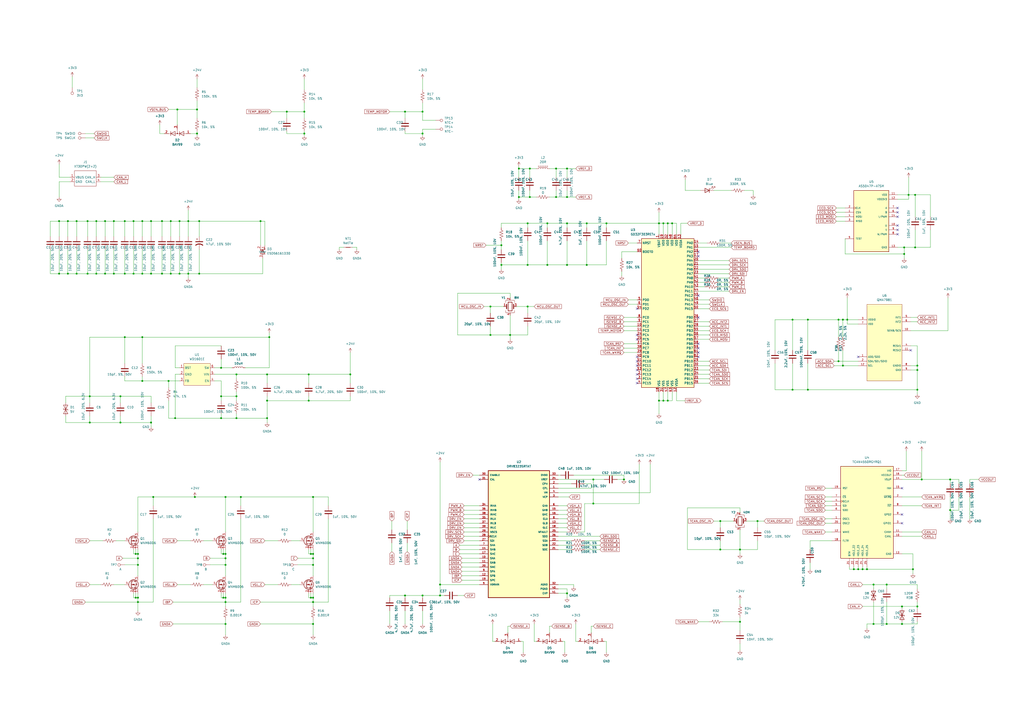
<source format=kicad_sch>
(kicad_sch (version 20211123) (generator eeschema)
  (paper "A2")
  (title_block (title "Executor"))
  (junction (at 514.35 361.95))
  (junction (at 351.79 129.54))
  (junction (at 180.34 346.71))
  (junction (at 137.16 217.17))
  (junction (at 137.16 242.57))
  (junction (at 60.96 158.75))
  (junction (at 532.13 212.09))
  (junction (at 486.41 209.55))
  (junction (at 128.27 242.57))
  (junction (at 55.88 158.75))
  (junction (at 179.07 217.17))
  (junction (at 468.63 185.42))
  (junction (at 181.61 327.66))
  (junction (at 459.74 226.06))
  (junction (at 344.17 292.1))
  (junction (at 387.35 129.54))
  (junction (at 154.94 217.17))
  (junction (at 44.45 158.75))
  (junction (at 130.81 323.85))
  (junction (at 203.2 217.17))
  (junction (at 39.37 158.75))
  (junction (at 88.9 288.29))
  (junction (at 532.13 214.63))
  (junction (at 34.29 158.75))
  (junction (at 80.01 327.66))
  (junction (at 181.61 288.29))
  (junction (at 459.74 185.42))
  (junction (at 99.06 128.27))
  (junction (at 506.73 361.95))
  (junction (at 514.35 339.09))
  (junction (at 176.53 64.77))
  (junction (at 80.01 349.25))
  (junction (at 115.57 158.75))
  (junction (at 113.03 288.29))
  (junction (at 181.61 349.25))
  (junction (at 491.49 185.42))
  (junction (at 82.55 128.27))
  (junction (at 179.07 232.41))
  (junction (at 55.88 128.27))
  (junction (at 181.61 361.95))
  (junction (at 290.83 142.24))
  (junction (at 382.27 129.54))
  (junction (at 50.8 158.75))
  (junction (at 524.51 143.51))
  (junction (at 488.95 212.09))
  (junction (at 429.26 318.77))
  (junction (at 417.83 318.77))
  (junction (at 284.48 177.8))
  (junction (at 322.58 97.79))
  (junction (at 114.3 77.47))
  (junction (at 82.55 195.58))
  (junction (at 52.07 245.11))
  (junction (at 180.34 321.31))
  (junction (at 154.94 242.57))
  (junction (at 295.91 194.31))
  (junction (at 300.99 97.79))
  (junction (at 114.3 63.5))
  (junction (at 384.81 232.41))
  (junction (at 307.34 97.79))
  (junction (at 306.07 153.67))
  (junction (at 72.39 195.58))
  (junction (at 97.79 220.98))
  (junction (at 306.07 129.54))
  (junction (at 529.59 330.2))
  (junction (at 306.07 177.8))
  (junction (at 255.27 339.09))
  (junction (at 87.63 245.11))
  (junction (at 245.11 64.77))
  (junction (at 66.04 128.27))
  (junction (at 109.22 158.75))
  (junction (at 488.95 185.42))
  (junction (at 156.21 195.58))
  (junction (at 115.57 128.27))
  (junction (at 60.96 128.27))
  (junction (at 290.83 153.67))
  (junction (at 80.01 321.31))
  (junction (at 328.93 97.79))
  (junction (at 82.55 220.98))
  (junction (at 245.11 345.44))
  (junction (at 322.58 114.3))
  (junction (at 130.81 346.71))
  (junction (at 486.41 185.42))
  (junction (at 130.81 327.66))
  (junction (at 130.81 349.25))
  (junction (at 387.35 232.41))
  (junction (at 500.38 330.2))
  (junction (at 109.22 128.27))
  (junction (at 102.87 63.5))
  (junction (at 166.37 64.77))
  (junction (at 532.13 351.79))
  (junction (at 181.61 346.71))
  (junction (at 181.61 321.31))
  (junction (at 130.81 288.29))
  (junction (at 551.18 278.13))
  (junction (at 429.26 360.68))
  (junction (at 502.92 330.2))
  (junction (at 300.99 114.3))
  (junction (at 139.7 288.29))
  (junction (at 468.63 226.06))
  (junction (at 66.04 158.75))
  (junction (at 284.48 194.31))
  (junction (at 129.54 321.31))
  (junction (at 234.95 345.44))
  (junction (at 307.34 114.3))
  (junction (at 44.45 128.27))
  (junction (at 328.93 153.67))
  (junction (at 340.36 153.67))
  (junction (at 530.86 143.51))
  (junction (at 80.01 346.71))
  (junction (at 87.63 128.27))
  (junction (at 78.74 346.71))
  (junction (at 523.24 351.79))
  (junction (at 530.86 113.03))
  (junction (at 497.84 330.2))
  (junction (at 82.55 158.75))
  (junction (at 80.01 323.85))
  (junction (at 384.81 129.54))
  (junction (at 104.14 158.75))
  (junction (at 129.54 346.71))
  (junction (at 151.13 128.27))
  (junction (at 439.42 302.26))
  (junction (at 176.53 77.47))
  (junction (at 130.81 321.31))
  (junction (at 417.83 302.26))
  (junction (at 39.37 128.27))
  (junction (at 101.6 242.57))
  (junction (at 137.16 229.87))
  (junction (at 34.29 128.27))
  (junction (at 99.06 158.75))
  (junction (at 50.8 128.27))
  (junction (at 340.36 129.54))
  (junction (at 130.81 361.95))
  (junction (at 93.98 158.75))
  (junction (at 317.5 129.54))
  (junction (at 389.89 129.54))
  (junction (at 77.47 158.75))
  (junction (at 77.47 128.27))
  (junction (at 128.27 213.36))
  (junction (at 255.27 345.44))
  (junction (at 344.17 278.13))
  (junction (at 234.95 64.77))
  (junction (at 328.93 344.17))
  (junction (at 532.13 226.06))
  (junction (at 551.18 295.91))
  (junction (at 104.14 128.27))
  (junction (at 72.39 128.27))
  (junction (at 382.27 232.41))
  (junction (at 69.85 245.11))
  (junction (at 78.74 321.31))
  (junction (at 534.67 278.13))
  (junction (at 52.07 229.87))
  (junction (at 128.27 229.87))
  (junction (at 527.05 113.03))
  (junction (at 523.24 361.95))
  (junction (at 317.5 153.67))
  (junction (at 524.51 147.32))
  (junction (at 328.93 114.3))
  (junction (at 93.98 128.27))
  (junction (at 506.73 339.09))
  (junction (at 328.93 129.54))
  (junction (at 69.85 229.87))
  (junction (at 72.39 158.75))
  (junction (at 154.94 232.41))
  (junction (at 181.61 323.85))
  (junction (at 495.3 330.2))
  (junction (at 245.11 77.47))
  (junction (at 361.95 278.13))
  (junction (at 87.63 158.75))
  (no_connect (at 528.32 203.2))
  (no_connect (at 497.84 207.01))
  (no_connect (at 523.24 283.21))
  (no_connect (at 523.24 303.53))
  (no_connect (at 523.24 298.45))
  (no_connect (at 369.57 209.55))
  (no_connect (at 369.57 212.09))
  (no_connect (at 405.13 171.45))
  (no_connect (at 405.13 146.05))
  (no_connect (at 405.13 148.59))
  (no_connect (at 405.13 184.15))
  (no_connect (at 405.13 207.01))
  (no_connect (at 405.13 199.39))
  (no_connect (at 405.13 204.47))
  (no_connect (at 405.13 201.93))
  (no_connect (at 369.57 207.01))
  (no_connect (at 369.57 196.85))
  (no_connect (at 369.57 194.31))
  (no_connect (at 369.57 179.07))
  (no_connect (at 369.57 219.71))
  (no_connect (at 369.57 222.25))
  (no_connect (at 369.57 214.63))
  (no_connect (at 369.57 217.17))
  (no_connect (at 278.13 278.13))
  (no_connect (at 520.7 135.89))
  (no_connect (at 520.7 133.35))
  (no_connect (at 520.7 130.81))
  (no_connect (at 520.7 125.73))
  (no_connect (at 520.7 123.19))
  (no_connect (at 520.7 120.65))
  (wire (pts (xy 109.22 158.75) (xy 109.22 161.29)))
  (wire (pts (xy 82.55 158.75) (xy 87.63 158.75)))
  (wire (pts (xy 80.01 344.17) (xy 80.01 346.71)))
  (wire (pts (xy 351.79 153.67) (xy 340.36 153.67)))
  (wire (pts (xy 549.91 172.72) (xy 549.91 191.77)))
  (wire (pts (xy 99.06 128.27) (xy 99.06 137.16)))
  (wire (pts (xy 129.54 318.77) (xy 129.54 321.31)))
  (wire (pts (xy 556.26 295.91) (xy 551.18 295.91)))
  (wire (pts (xy 52.07 241.3) (xy 52.07 245.11)))
  (wire (pts (xy 41.91 44.45) (xy 41.91 50.8)))
  (wire (pts (xy 342.9 280.67) (xy 339.09 280.67)))
  (wire (pts (xy 528.32 200.66) (xy 532.13 200.66)))
  (wire (pts (xy 60.96 158.75) (xy 66.04 158.75)))
  (wire (pts (xy 405.13 212.09) (xy 411.48 212.09)))
  (wire (pts (xy 180.34 318.77) (xy 180.34 321.31)))
  (wire (pts (xy 114.3 63.5) (xy 114.3 68.58)))
  (wire (pts (xy 130.81 321.31) (xy 130.81 323.85)))
  (wire (pts (xy 405.13 168.91) (xy 422.91 168.91)))
  (wire (pts (xy 245.11 354.33) (xy 245.11 361.95)))
  (wire (pts (xy 44.45 158.75) (xy 50.8 158.75)))
  (wire (pts (xy 361.95 189.23) (xy 369.57 189.23)))
  (wire (pts (xy 382.27 232.41) (xy 382.27 240.03)))
  (wire (pts (xy 78.74 344.17) (xy 78.74 346.71)))
  (wire (pts (xy 405.13 194.31) (xy 411.48 194.31)))
  (wire (pts (xy 226.06 354.33) (xy 226.06 361.95)))
  (wire (pts (xy 101.6 242.57) (xy 128.27 242.57)))
  (wire (pts (xy 234.95 77.47) (xy 245.11 77.47)))
  (wire (pts (xy 227.33 302.26) (xy 227.33 307.34)))
  (wire (pts (xy 266.7 318.77) (xy 278.13 318.77)))
  (wire (pts (xy 405.13 153.67) (xy 422.91 153.67)))
  (wire (pts (xy 88.9 288.29) (xy 88.9 293.37)))
  (wire (pts (xy 69.85 229.87) (xy 87.63 229.87)))
  (wire (pts (xy 307.34 97.79) (xy 311.15 97.79)))
  (wire (pts (xy 523.24 288.29) (xy 534.67 288.29)))
  (wire (pts (xy 360.68 146.05) (xy 360.68 149.86)))
  (wire (pts (xy 52.07 339.09) (xy 58.42 339.09)))
  (wire (pts (xy 290.83 153.67) (xy 306.07 153.67)))
  (wire (pts (xy 340.36 153.67) (xy 328.93 153.67)))
  (wire (pts (xy 520.7 143.51) (xy 524.51 143.51)))
  (wire (pts (xy 67.31 313.69) (xy 72.39 313.69)))
  (wire (pts (xy 50.8 128.27) (xy 50.8 137.16)))
  (wire (pts (xy 179.07 321.31) (xy 180.34 321.31)))
  (wire (pts (xy 166.37 64.77) (xy 166.37 68.58)))
  (wire (pts (xy 389.89 227.33) (xy 389.89 232.41)))
  (wire (pts (xy 523.24 273.05) (xy 525.78 273.05)))
  (wire (pts (xy 34.29 95.25) (xy 34.29 102.87)))
  (wire (pts (xy 387.35 129.54) (xy 389.89 129.54)))
  (wire (pts (xy 394.97 135.89) (xy 394.97 129.54)))
  (wire (pts (xy 562.61 280.67) (xy 562.61 278.13)))
  (wire (pts (xy 130.81 349.25) (xy 139.7 349.25)))
  (wire (pts (xy 551.18 295.91) (xy 551.18 288.29)))
  (wire (pts (xy 29.21 158.75) (xy 34.29 158.75)))
  (wire (pts (xy 181.61 359.41) (xy 181.61 361.95)))
  (wire (pts (xy 77.47 128.27) (xy 72.39 128.27)))
  (wire (pts (xy 66.04 339.09) (xy 72.39 339.09)))
  (wire (pts (xy 269.24 293.37) (xy 278.13 293.37)))
  (wire (pts (xy 156.21 195.58) (xy 156.21 213.36)))
  (wire (pts (xy 97.79 242.57) (xy 101.6 242.57)))
  (wire (pts (xy 69.85 245.11) (xy 87.63 245.11)))
  (wire (pts (xy 128.27 242.57) (xy 137.16 242.57)))
  (wire (pts (xy 128.27 346.71) (xy 129.54 346.71)))
  (wire (pts (xy 459.74 210.82) (xy 459.74 226.06)))
  (wire (pts (xy 153.67 313.69) (xy 161.29 313.69)))
  (wire (pts (xy 539.75 113.03) (xy 539.75 125.73)))
  (wire (pts (xy 245.11 45.72) (xy 245.11 52.07)))
  (wire (pts (xy 104.14 128.27) (xy 104.14 137.16)))
  (wire (pts (xy 255.27 267.97) (xy 255.27 339.09)))
  (wire (pts (xy 128.27 321.31) (xy 129.54 321.31)))
  (wire (pts (xy 506.73 339.09) (xy 500.38 339.09)))
  (wire (pts (xy 506.73 361.95) (xy 502.92 361.95)))
  (wire (pts (xy 166.37 76.2) (xy 166.37 77.47)))
  (wire (pts (xy 39.37 128.27) (xy 39.37 137.16)))
  (wire (pts (xy 323.85 275.59) (xy 325.12 275.59)))
  (wire (pts (xy 328.93 114.3) (xy 334.01 114.3)))
  (wire (pts (xy 360.68 157.48) (xy 360.68 160.02)))
  (wire (pts (xy 490.22 123.19) (xy 485.14 123.19)))
  (wire (pts (xy 534.67 278.13) (xy 551.18 278.13)))
  (wire (pts (xy 137.16 217.17) (xy 137.16 219.71)))
  (wire (pts (xy 300.99 97.79) (xy 300.99 102.87)))
  (wire (pts (xy 506.73 349.25) (xy 506.73 361.95)))
  (wire (pts (xy 234.95 354.33) (xy 234.95 361.95)))
  (wire (pts (xy 530.86 113.03) (xy 530.86 125.73)))
  (wire (pts (xy 449.58 203.2) (xy 449.58 185.42)))
  (wire (pts (xy 80.01 318.77) (xy 80.01 321.31)))
  (wire (pts (xy 309.88 372.11) (xy 311.15 372.11)))
  (wire (pts (xy 266.7 316.23) (xy 278.13 316.23)))
  (wire (pts (xy 532.13 212.09) (xy 532.13 214.63)))
  (wire (pts (xy 69.85 241.3) (xy 69.85 245.11)))
  (wire (pts (xy 530.86 133.35) (xy 530.86 143.51)))
  (wire (pts (xy 488.95 185.42) (xy 486.41 185.42)))
  (wire (pts (xy 405.13 222.25) (xy 411.48 222.25)))
  (wire (pts (xy 137.16 240.03) (xy 137.16 242.57)))
  (wire (pts (xy 377.19 269.24) (xy 377.19 285.75)))
  (wire (pts (xy 449.58 185.42) (xy 459.74 185.42)))
  (wire (pts (xy 307.34 110.49) (xy 307.34 114.3)))
  (wire (pts (xy 50.8 128.27) (xy 44.45 128.27)))
  (wire (pts (xy 497.84 187.96) (xy 491.49 187.96)))
  (wire (pts (xy 115.57 158.75) (xy 152.4 158.75)))
  (wire (pts (xy 449.58 210.82) (xy 449.58 226.06)))
  (wire (pts (xy 176.53 45.72) (xy 176.53 52.07)))
  (wire (pts (xy 468.63 185.42) (xy 468.63 203.2)))
  (wire (pts (xy 203.2 204.47) (xy 203.2 217.17)))
  (wire (pts (xy 405.13 166.37) (xy 408.94 166.37)))
  (wire (pts (xy 431.8 110.49) (xy 436.88 110.49)))
  (wire (pts (xy 181.61 361.95) (xy 181.61 368.3)))
  (wire (pts (xy 405.13 173.99) (xy 411.48 173.99)))
  (wire (pts (xy 328.93 139.7) (xy 328.93 153.67)))
  (wire (pts (xy 491.49 185.42) (xy 497.84 185.42)))
  (wire (pts (xy 397.51 110.49) (xy 406.4 110.49)))
  (wire (pts (xy 323.85 288.29) (xy 330.2 288.29)))
  (wire (pts (xy 486.41 203.2) (xy 486.41 209.55)))
  (wire (pts (xy 179.07 229.87) (xy 179.07 232.41)))
  (wire (pts (xy 34.29 128.27) (xy 34.29 137.16)))
  (wire (pts (xy 323.85 280.67) (xy 331.47 280.67)))
  (wire (pts (xy 55.88 158.75) (xy 60.96 158.75)))
  (wire (pts (xy 416.56 161.29) (xy 422.91 161.29)))
  (wire (pts (xy 87.63 229.87) (xy 87.63 233.68)))
  (wire (pts (xy 181.61 323.85) (xy 181.61 327.66)))
  (wire (pts (xy 488.95 212.09) (xy 497.84 212.09)))
  (wire (pts (xy 180.34 346.71) (xy 181.61 346.71)))
  (wire (pts (xy 405.13 156.21) (xy 422.91 156.21)))
  (wire (pts (xy 245.11 77.47) (xy 245.11 78.74)))
  (wire (pts (xy 154.94 229.87) (xy 154.94 232.41)))
  (wire (pts (xy 113.03 288.29) (xy 130.81 288.29)))
  (wire (pts (xy 44.45 128.27) (xy 44.45 137.16)))
  (wire (pts (xy 562.61 278.13) (xy 567.69 278.13)))
  (wire (pts (xy 532.13 200.66) (xy 532.13 212.09)))
  (wire (pts (xy 523.24 361.95) (xy 514.35 361.95)))
  (wire (pts (xy 128.27 213.36) (xy 134.62 213.36)))
  (wire (pts (xy 52.07 233.68) (xy 52.07 229.87)))
  (wire (pts (xy 429.26 294.64) (xy 398.78 294.64)))
  (wire (pts (xy 342.9 367.03) (xy 342.9 363.22)))
  (wire (pts (xy 351.79 372.11) (xy 351.79 378.46)))
  (wire (pts (xy 323.85 283.21) (xy 342.9 283.21)))
  (wire (pts (xy 306.07 177.8) (xy 306.07 181.61)))
  (wire (pts (xy 405.13 143.51) (xy 424.18 143.51)))
  (wire (pts (xy 77.47 344.17) (xy 77.47 346.71)))
  (wire (pts (xy 468.63 226.06) (xy 532.13 226.06)))
  (wire (pts (xy 52.07 229.87) (xy 69.85 229.87)))
  (wire (pts (xy 506.73 341.63) (xy 506.73 339.09)))
  (wire (pts (xy 527.05 102.87) (xy 527.05 113.03)))
  (wire (pts (xy 104.14 220.98) (xy 97.79 220.98)))
  (wire (pts (xy 478.79 303.53) (xy 482.6 303.53)))
  (wire (pts (xy 269.24 306.07) (xy 278.13 306.07)))
  (wire (pts (xy 130.81 361.95) (xy 130.81 368.3)))
  (wire (pts (xy 387.35 129.54) (xy 387.35 135.89)))
  (wire (pts (xy 60.96 144.78) (xy 60.96 158.75)))
  (wire (pts (xy 154.94 232.41) (xy 154.94 242.57)))
  (wire (pts (xy 72.39 144.78) (xy 72.39 158.75)))
  (wire (pts (xy 530.86 113.03) (xy 539.75 113.03)))
  (wire (pts (xy 180.34 344.17) (xy 180.34 346.71)))
  (wire (pts (xy 93.98 158.75) (xy 99.06 158.75)))
  (wire (pts (xy 306.07 177.8) (xy 309.88 177.8)))
  (wire (pts (xy 486.41 185.42) (xy 468.63 185.42)))
  (wire (pts (xy 274.32 275.59) (xy 278.13 275.59)))
  (wire (pts (xy 38.1 229.87) (xy 52.07 229.87)))
  (wire (pts (xy 82.55 218.44) (xy 82.55 220.98)))
  (wire (pts (xy 97.79 220.98) (xy 97.79 224.79)))
  (wire (pts (xy 80.01 288.29) (xy 80.01 308.61)))
  (wire (pts (xy 344.17 278.13) (xy 350.52 278.13)))
  (wire (pts (xy 478.79 293.37) (xy 482.6 293.37)))
  (wire (pts (xy 529.59 321.31) (xy 529.59 330.2)))
  (wire (pts (xy 405.13 176.53) (xy 411.48 176.53)))
  (wire (pts (xy 497.84 328.93) (xy 497.84 330.2)))
  (wire (pts (xy 290.83 142.24) (xy 290.83 144.78)))
  (wire (pts (xy 459.74 226.06) (xy 468.63 226.06)))
  (wire (pts (xy 284.48 189.23) (xy 284.48 194.31)))
  (wire (pts (xy 109.22 128.27) (xy 104.14 128.27)))
  (wire (pts (xy 284.48 177.8) (xy 284.48 181.61)))
  (wire (pts (xy 387.35 227.33) (xy 387.35 232.41)))
  (wire (pts (xy 392.43 227.33) (xy 392.43 232.41)))
  (wire (pts (xy 130.81 288.29) (xy 130.81 308.61)))
  (wire (pts (xy 295.91 182.88) (xy 295.91 194.31)))
  (wire (pts (xy 405.13 214.63) (xy 411.48 214.63)))
  (wire (pts (xy 439.42 302.26) (xy 439.42 306.07)))
  (wire (pts (xy 157.48 64.77) (xy 166.37 64.77)))
  (wire (pts (xy 71.12 323.85) (xy 80.01 323.85)))
  (wire (pts (xy 532.13 226.06) (xy 532.13 228.6)))
  (wire (pts (xy 34.29 144.78) (xy 34.29 158.75)))
  (wire (pts (xy 323.85 339.09) (xy 332.74 339.09)))
  (wire (pts (xy 176.53 64.77) (xy 176.53 68.58)))
  (wire (pts (xy 339.09 313.69) (xy 347.98 313.69)))
  (wire (pts (xy 128.27 229.87) (xy 128.27 232.41)))
  (wire (pts (xy 290.83 152.4) (xy 290.83 153.67)))
  (wire (pts (xy 469.9 313.69) (xy 469.9 318.77)))
  (wire (pts (xy 417.83 302.26) (xy 417.83 306.07)))
  (wire (pts (xy 405.13 209.55) (xy 411.48 209.55)))
  (wire (pts (xy 468.63 210.82) (xy 468.63 226.06)))
  (wire (pts (xy 527.05 113.03) (xy 530.86 113.03)))
  (wire (pts (xy 284.48 194.31) (xy 295.91 194.31)))
  (wire (pts (xy 38.1 245.11) (xy 52.07 245.11)))
  (wire (pts (xy 361.95 184.15) (xy 369.57 184.15)))
  (wire (pts (xy 524.51 147.32) (xy 524.51 149.86)))
  (wire (pts (xy 236.22 302.26) (xy 236.22 307.34)))
  (wire (pts (xy 130.81 346.71) (xy 130.81 349.25)))
  (wire (pts (xy 323.85 341.63) (xy 328.93 341.63)))
  (wire (pts (xy 306.07 189.23) (xy 306.07 194.31)))
  (wire (pts (xy 389.89 232.41) (xy 387.35 232.41)))
  (wire (pts (xy 351.79 139.7) (xy 351.79 153.67)))
  (wire (pts (xy 322.58 110.49) (xy 322.58 114.3)))
  (wire (pts (xy 245.11 59.69) (xy 245.11 64.77)))
  (wire (pts (xy 534.67 261.62) (xy 534.67 278.13)))
  (wire (pts (xy 130.81 359.41) (xy 130.81 361.95)))
  (wire (pts (xy 39.37 144.78) (xy 39.37 158.75)))
  (wire (pts (xy 429.26 358.14) (xy 429.26 360.68)))
  (wire (pts (xy 77.47 158.75) (xy 82.55 158.75)))
  (wire (pts (xy 129.54 344.17) (xy 129.54 346.71)))
  (wire (pts (xy 44.45 144.78) (xy 44.45 158.75)))
  (wire (pts (xy 93.98 128.27) (xy 87.63 128.27)))
  (wire (pts (xy 181.61 327.66) (xy 181.61 334.01)))
  (wire (pts (xy 128.27 240.03) (xy 128.27 242.57)))
  (wire (pts (xy 469.9 326.39) (xy 469.9 330.2)))
  (wire (pts (xy 172.72 323.85) (xy 181.61 323.85)))
  (wire (pts (xy 72.39 158.75) (xy 77.47 158.75)))
  (wire (pts (xy 290.83 129.54) (xy 306.07 129.54)))
  (wire (pts (xy 328.93 129.54) (xy 328.93 132.08)))
  (wire (pts (xy 129.54 346.71) (xy 130.81 346.71)))
  (wire (pts (xy 104.14 213.36) (xy 101.6 213.36)))
  (wire (pts (xy 342.9 283.21) (xy 342.9 280.67)))
  (wire (pts (xy 181.61 344.17) (xy 181.61 346.71)))
  (wire (pts (xy 370.84 292.1) (xy 344.17 292.1)))
  (wire (pts (xy 491.49 185.42) (xy 488.95 185.42)))
  (wire (pts (xy 66.04 128.27) (xy 60.96 128.27)))
  (wire (pts (xy 364.49 176.53) (xy 369.57 176.53)))
  (wire (pts (xy 80.01 349.25) (xy 80.01 354.33)))
  (wire (pts (xy 523.24 360.68) (xy 523.24 361.95)))
  (wire (pts (xy 449.58 226.06) (xy 459.74 226.06)))
  (wire (pts (xy 502.92 328.93) (xy 502.92 330.2)))
  (wire (pts (xy 179.07 318.77) (xy 179.07 321.31)))
  (wire (pts (xy 39.37 128.27) (xy 34.29 128.27)))
  (wire (pts (xy 405.13 158.75) (xy 422.91 158.75)))
  (wire (pts (xy 317.5 139.7) (xy 317.5 153.67)))
  (wire (pts (xy 115.57 128.27) (xy 115.57 137.16)))
  (wire (pts (xy 110.49 77.47) (xy 114.3 77.47)))
  (wire (pts (xy 285.75 361.95) (xy 285.75 372.11)))
  (wire (pts (xy 483.87 209.55) (xy 486.41 209.55)))
  (wire (pts (xy 532.13 339.09) (xy 532.13 341.63)))
  (wire (pts (xy 524.51 143.51) (xy 524.51 147.32)))
  (wire (pts (xy 351.79 129.54) (xy 340.36 129.54)))
  (wire (pts (xy 234.95 76.2) (xy 234.95 77.47)))
  (wire (pts (xy 306.07 129.54) (xy 306.07 132.08)))
  (wire (pts (xy 102.87 339.09) (xy 110.49 339.09)))
  (wire (pts (xy 190.5 300.99) (xy 190.5 349.25)))
  (wire (pts (xy 128.27 208.28) (xy 128.27 213.36)))
  (wire (pts (xy 478.79 295.91) (xy 482.6 295.91)))
  (wire (pts (xy 300.99 114.3) (xy 300.99 115.57)))
  (wire (pts (xy 154.94 232.41) (xy 179.07 232.41)))
  (wire (pts (xy 323.85 308.61) (xy 328.93 308.61)))
  (wire (pts (xy 527.05 115.57) (xy 527.05 113.03)))
  (wire (pts (xy 334.01 372.11) (xy 335.28 372.11)))
  (wire (pts (xy 364.49 173.99) (xy 369.57 173.99)))
  (wire (pts (xy 269.24 313.69) (xy 278.13 313.69)))
  (wire (pts (xy 179.07 217.17) (xy 203.2 217.17)))
  (wire (pts (xy 551.18 278.13) (xy 556.26 278.13)))
  (wire (pts (xy 318.77 114.3) (xy 322.58 114.3)))
  (wire (pts (xy 317.5 129.54) (xy 317.5 132.08)))
  (wire (pts (xy 295.91 363.22) (xy 294.64 363.22)))
  (wire (pts (xy 490.22 125.73) (xy 485.14 125.73)))
  (wire (pts (xy 269.24 303.53) (xy 278.13 303.53)))
  (wire (pts (xy 80.01 327.66) (xy 80.01 334.01)))
  (wire (pts (xy 269.24 298.45) (xy 278.13 298.45)))
  (wire (pts (xy 502.92 361.95) (xy 502.92 364.49)))
  (wire (pts (xy 323.85 313.69) (xy 331.47 313.69)))
  (wire (pts (xy 429.26 318.77) (xy 429.26 321.31)))
  (wire (pts (xy 245.11 345.44) (xy 245.11 346.71)))
  (wire (pts (xy 528.32 186.69) (xy 532.13 186.69)))
  (wire (pts (xy 104.14 217.17) (xy 101.6 217.17)))
  (wire (pts (xy 514.35 339.09) (xy 532.13 339.09)))
  (wire (pts (xy 236.22 314.96) (xy 236.22 320.04)))
  (wire (pts (xy 130.81 318.77) (xy 130.81 321.31)))
  (wire (pts (xy 551.18 278.13) (xy 551.18 280.67)))
  (wire (pts (xy 405.13 217.17) (xy 411.48 217.17)))
  (wire (pts (xy 252.73 69.85) (xy 245.11 69.85)))
  (wire (pts (xy 203.2 217.17) (xy 203.2 222.25)))
  (wire (pts (xy 255.27 345.44) (xy 257.81 345.44)))
  (wire (pts (xy 323.85 306.07) (xy 328.93 306.07)))
  (wire (pts (xy 328.93 110.49) (xy 328.93 114.3)))
  (wire (pts (xy 500.38 351.79) (xy 523.24 351.79)))
  (wire (pts (xy 417.83 140.97) (xy 424.18 140.97)))
  (wire (pts (xy 99.06 144.78) (xy 99.06 158.75)))
  (wire (pts (xy 300.99 96.52) (xy 300.99 97.79)))
  (wire (pts (xy 128.27 213.36) (xy 124.46 213.36)))
  (wire (pts (xy 88.9 288.29) (xy 113.03 288.29)))
  (wire (pts (xy 436.88 110.49) (xy 436.88 113.03)))
  (wire (pts (xy 358.14 278.13) (xy 361.95 278.13)))
  (wire (pts (xy 419.1 360.68) (xy 429.26 360.68)))
  (wire (pts (xy 532.13 351.79) (xy 523.24 351.79)))
  (wire (pts (xy 405.13 196.85) (xy 411.48 196.85)))
  (wire (pts (xy 190.5 288.29) (xy 181.61 288.29)))
  (wire (pts (xy 50.8 144.78) (xy 50.8 158.75)))
  (wire (pts (xy 486.41 185.42) (xy 486.41 195.58)))
  (wire (pts (xy 151.13 128.27) (xy 151.13 142.24)))
  (wire (pts (xy 405.13 151.13) (xy 422.91 151.13)))
  (wire (pts (xy 234.95 64.77) (xy 234.95 68.58)))
  (wire (pts (xy 292.1 177.8) (xy 284.48 177.8)))
  (wire (pts (xy 82.55 144.78) (xy 82.55 158.75)))
  (wire (pts (xy 245.11 345.44) (xy 234.95 345.44)))
  (wire (pts (xy 130.81 323.85) (xy 130.81 327.66)))
  (wire (pts (xy 328.93 97.79) (xy 328.93 102.87)))
  (wire (pts (xy 255.27 345.44) (xy 245.11 345.44)))
  (wire (pts (xy 416.56 166.37) (xy 422.91 166.37)))
  (wire (pts (xy 307.34 97.79) (xy 300.99 97.79)))
  (wire (pts (xy 439.42 318.77) (xy 429.26 318.77)))
  (wire (pts (xy 323.85 295.91) (xy 328.93 295.91)))
  (wire (pts (xy 344.17 278.13) (xy 344.17 292.1)))
  (wire (pts (xy 514.35 349.25) (xy 514.35 361.95)))
  (wire (pts (xy 234.95 345.44) (xy 234.95 346.71)))
  (wire (pts (xy 384.81 129.54) (xy 387.35 129.54)))
  (wire (pts (xy 417.83 313.69) (xy 417.83 318.77)))
  (wire (pts (xy 77.47 321.31) (xy 78.74 321.31)))
  (wire (pts (xy 93.98 144.78) (xy 93.98 158.75)))
  (wire (pts (xy 322.58 97.79) (xy 328.93 97.79)))
  (wire (pts (xy 478.79 300.99) (xy 482.6 300.99)))
  (wire (pts (xy 433.07 302.26) (xy 439.42 302.26)))
  (wire (pts (xy 323.85 344.17) (xy 328.93 344.17)))
  (wire (pts (xy 139.7 288.29) (xy 181.61 288.29)))
  (wire (pts (xy 101.6 217.17) (xy 101.6 242.57)))
  (wire (pts (xy 38.1 229.87) (xy 38.1 233.68)))
  (wire (pts (xy 104.14 144.78) (xy 104.14 158.75)))
  (wire (pts (xy 72.39 218.44) (xy 72.39 220.98)))
  (wire (pts (xy 265.43 170.18) (xy 265.43 194.31)))
  (wire (pts (xy 562.61 288.29) (xy 562.61 300.99)))
  (wire (pts (xy 523.24 351.79) (xy 523.24 353.06)))
  (wire (pts (xy 102.87 313.69) (xy 110.49 313.69)))
  (wire (pts (xy 398.78 294.64) (xy 398.78 318.77)))
  (wire (pts (xy 295.91 172.72) (xy 295.91 170.18)))
  (wire (pts (xy 528.32 184.15) (xy 532.13 184.15)))
  (wire (pts (xy 306.07 194.31) (xy 295.91 194.31)))
  (wire (pts (xy 523.24 293.37) (xy 534.67 293.37)))
  (wire (pts (xy 342.9 363.22) (xy 344.17 363.22)))
  (wire (pts (xy 328.93 153.67) (xy 317.5 153.67)))
  (wire (pts (xy 495.3 328.93) (xy 495.3 330.2)))
  (wire (pts (xy 307.34 114.3) (xy 300.99 114.3)))
  (wire (pts (xy 118.11 339.09) (xy 123.19 339.09)))
  (wire (pts (xy 269.24 308.61) (xy 278.13 308.61)))
  (wire (pts (xy 190.5 293.37) (xy 190.5 288.29)))
  (wire (pts (xy 80.01 288.29) (xy 88.9 288.29)))
  (wire (pts (xy 405.13 191.77) (xy 411.48 191.77)))
  (wire (pts (xy 483.87 212.09) (xy 488.95 212.09)))
  (wire (pts (xy 322.58 97.79) (xy 322.58 102.87)))
  (wire (pts (xy 478.79 288.29) (xy 482.6 288.29)))
  (wire (pts (xy 300.99 110.49) (xy 300.99 114.3)))
  (wire (pts (xy 361.95 275.59) (xy 361.95 278.13)))
  (wire (pts (xy 528.32 212.09) (xy 532.13 212.09)))
  (wire (pts (xy 80.01 323.85) (xy 80.01 327.66)))
  (wire (pts (xy 478.79 283.21) (xy 482.6 283.21)))
  (wire (pts (xy 181.61 318.77) (xy 181.61 321.31)))
  (wire (pts (xy 405.13 140.97) (xy 410.21 140.97)))
  (wire (pts (xy 490.22 128.27) (xy 485.14 128.27)))
  (wire (pts (xy 245.11 74.93) (xy 245.11 77.47)))
  (wire (pts (xy 151.13 349.25) (xy 181.61 349.25)))
  (wire (pts (xy 80.01 321.31) (xy 80.01 323.85)))
  (wire (pts (xy 166.37 77.47) (xy 176.53 77.47)))
  (wire (pts (xy 72.39 220.98) (xy 82.55 220.98)))
  (wire (pts (xy 109.22 128.27) (xy 109.22 137.16)))
  (wire (pts (xy 34.29 128.27) (xy 29.21 128.27)))
  (wire (pts (xy 361.95 199.39) (xy 369.57 199.39)))
  (wire (pts (xy 226.06 64.77) (xy 234.95 64.77)))
  (wire (pts (xy 60.96 128.27) (xy 55.88 128.27)))
  (wire (pts (xy 154.94 217.17) (xy 179.07 217.17)))
  (wire (pts (xy 130.81 327.66) (xy 130.81 334.01)))
  (wire (pts (xy 364.49 140.97) (xy 369.57 140.97)))
  (wire (pts (xy 429.26 297.18) (xy 429.26 294.64)))
  (wire (pts (xy 490.22 120.65) (xy 485.14 120.65)))
  (wire (pts (xy 55.88 128.27) (xy 55.88 137.16)))
  (wire (pts (xy 497.84 330.2) (xy 500.38 330.2)))
  (wire (pts (xy 139.7 300.99) (xy 139.7 349.25)))
  (wire (pts (xy 179.07 344.17) (xy 179.07 346.71)))
  (wire (pts (xy 382.27 135.89) (xy 382.27 129.54)))
  (wire (pts (xy 429.26 347.98) (xy 429.26 350.52)))
  (wire (pts (xy 387.35 232.41) (xy 384.81 232.41)))
  (wire (pts (xy 425.45 302.26) (xy 417.83 302.26)))
  (wire (pts (xy 114.3 58.42) (xy 114.3 63.5)))
  (wire (pts (xy 204.47 143.51) (xy 207.01 143.51)))
  (wire (pts (xy 361.95 191.77) (xy 369.57 191.77)))
  (wire (pts (xy 82.55 195.58) (xy 82.55 210.82)))
  (wire (pts (xy 290.83 153.67) (xy 290.83 156.21)))
  (wire (pts (xy 523.24 311.15) (xy 534.67 311.15)))
  (wire (pts (xy 328.93 97.79) (xy 334.01 97.79)))
  (wire (pts (xy 52.07 195.58) (xy 72.39 195.58)))
  (wire (pts (xy 101.6 213.36) (xy 101.6 200.66)))
  (wire (pts (xy 299.72 177.8) (xy 306.07 177.8)))
  (wire (pts (xy 69.85 233.68) (xy 69.85 229.87)))
  (wire (pts (xy 394.97 129.54) (xy 398.78 129.54)))
  (wire (pts (xy 323.85 316.23) (xy 331.47 316.23)))
  (wire (pts (xy 556.26 288.29) (xy 556.26 295.91)))
  (wire (pts (xy 152.4 158.75) (xy 152.4 149.86)))
  (wire (pts (xy 181.61 321.31) (xy 181.61 323.85)))
  (wire (pts (xy 281.94 142.24) (xy 290.83 142.24)))
  (wire (pts (xy 269.24 311.15) (xy 278.13 311.15)))
  (wire (pts (xy 49.53 80.01) (xy 54.61 80.01)))
  (wire (pts (xy 49.53 349.25) (xy 80.01 349.25)))
  (wire (pts (xy 267.97 331.47) (xy 278.13 331.47)))
  (wire (pts (xy 514.35 339.09) (xy 514.35 341.63)))
  (wire (pts (xy 52.07 195.58) (xy 52.07 229.87)))
  (wire (pts (xy 392.43 135.89) (xy 392.43 129.54)))
  (wire (pts (xy 172.72 327.66) (xy 181.61 327.66)))
  (wire (pts (xy 416.56 163.83) (xy 422.91 163.83)))
  (wire (pts (xy 389.89 135.89) (xy 389.89 129.54)))
  (wire (pts (xy 109.22 121.92) (xy 109.22 128.27)))
  (wire (pts (xy 102.87 63.5) (xy 114.3 63.5)))
  (wire (pts (xy 303.53 372.11) (xy 303.53 378.46)))
  (wire (pts (xy 60.96 128.27) (xy 60.96 137.16)))
  (wire (pts (xy 370.84 269.24) (xy 370.84 292.1)))
  (wire (pts (xy 78.74 318.77) (xy 78.74 321.31)))
  (wire (pts (xy 77.47 144.78) (xy 77.47 158.75)))
  (wire (pts (xy 492.76 328.93) (xy 492.76 330.2)))
  (wire (pts (xy 179.07 232.41) (xy 203.2 232.41)))
  (wire (pts (xy 414.02 110.49) (xy 424.18 110.49)))
  (wire (pts (xy 203.2 229.87) (xy 203.2 232.41)))
  (wire (pts (xy 128.27 344.17) (xy 128.27 346.71)))
  (wire (pts (xy 323.85 285.75) (xy 377.19 285.75)))
  (wire (pts (xy 87.63 128.27) (xy 82.55 128.27)))
  (wire (pts (xy 339.09 316.23) (xy 347.98 316.23)))
  (wire (pts (xy 323.85 293.37) (xy 328.93 293.37)))
  (wire (pts (xy 323.85 278.13) (xy 344.17 278.13)))
  (wire (pts (xy 295.91 170.18) (xy 265.43 170.18)))
  (wire (pts (xy 38.1 241.3) (xy 38.1 245.11)))
  (wire (pts (xy 382.27 227.33) (xy 382.27 232.41)))
  (wire (pts (xy 267.97 334.01) (xy 278.13 334.01)))
  (wire (pts (xy 181.61 346.71) (xy 181.61 349.25)))
  (wire (pts (xy 323.85 318.77) (xy 331.47 318.77)))
  (wire (pts (xy 66.04 158.75) (xy 72.39 158.75)))
  (wire (pts (xy 166.37 64.77) (xy 176.53 64.77)))
  (wire (pts (xy 255.27 339.09) (xy 278.13 339.09)))
  (wire (pts (xy 405.13 163.83) (xy 408.94 163.83)))
  (wire (pts (xy 488.95 185.42) (xy 488.95 195.58)))
  (wire (pts (xy 153.67 128.27) (xy 153.67 142.24)))
  (wire (pts (xy 351.79 129.54) (xy 351.79 132.08)))
  (wire (pts (xy 392.43 129.54) (xy 389.89 129.54)))
  (wire (pts (xy 168.91 339.09) (xy 173.99 339.09)))
  (wire (pts (xy 124.46 217.17) (xy 137.16 217.17)))
  (wire (pts (xy 323.85 300.99) (xy 328.93 300.99)))
  (wire (pts (xy 34.29 158.75) (xy 39.37 158.75)))
  (wire (pts (xy 207.01 143.51) (xy 207.01 144.78)))
  (wire (pts (xy 317.5 129.54) (xy 328.93 129.54)))
  (wire (pts (xy 92.71 77.47) (xy 95.25 77.47)))
  (wire (pts (xy 405.13 179.07) (xy 411.48 179.07)))
  (wire (pts (xy 154.94 217.17) (xy 154.94 222.25)))
  (wire (pts (xy 92.71 72.39) (xy 92.71 77.47)))
  (wire (pts (xy 87.63 241.3) (xy 87.63 245.11)))
  (wire (pts (xy 55.88 128.27) (xy 50.8 128.27)))
  (wire (pts (xy 306.07 139.7) (xy 306.07 153.67)))
  (wire (pts (xy 151.13 128.27) (xy 153.67 128.27)))
  (wire (pts (xy 97.79 232.41) (xy 97.79 242.57)))
  (wire (pts (xy 384.81 232.41) (xy 382.27 232.41)))
  (wire (pts (xy 334.01 361.95) (xy 334.01 372.11)))
  (wire (pts (xy 500.38 330.2) (xy 502.92 330.2)))
  (wire (pts (xy 66.04 144.78) (xy 66.04 158.75)))
  (wire (pts (xy 121.92 327.66) (xy 130.81 327.66)))
  (wire (pts (xy 77.47 346.71) (xy 78.74 346.71)))
  (wire (pts (xy 93.98 128.27) (xy 93.98 137.16)))
  (wire (pts (xy 327.66 372.11) (xy 326.39 372.11)))
  (wire (pts (xy 176.53 76.2) (xy 176.53 77.47)))
  (wire (pts (xy 255.27 339.09) (xy 255.27 345.44)))
  (wire (pts (xy 34.29 105.41) (xy 34.29 114.3)))
  (wire (pts (xy 196.85 143.51) (xy 196.85 144.78)))
  (wire (pts (xy 491.49 187.96) (xy 491.49 185.42)))
  (wire (pts (xy 179.07 217.17) (xy 179.07 222.25)))
  (wire (pts (xy 468.63 185.42) (xy 459.74 185.42)))
  (wire (pts (xy 226.06 345.44) (xy 226.06 346.71)))
  (wire (pts (xy 66.04 128.27) (xy 66.04 137.16)))
  (wire (pts (xy 523.24 361.95) (xy 532.13 361.95)))
  (wire (pts (xy 156.21 213.36) (xy 142.24 213.36)))
  (wire (pts (xy 87.63 128.27) (xy 87.63 137.16)))
  (wire (pts (xy 154.94 242.57) (xy 154.94 245.11)))
  (wire (pts (xy 488.95 203.2) (xy 488.95 212.09)))
  (wire (pts (xy 340.36 139.7) (xy 340.36 153.67)))
  (wire (pts (xy 102.87 63.5) (xy 102.87 72.39)))
  (wire (pts (xy 405.13 360.68) (xy 411.48 360.68)))
  (wire (pts (xy 290.83 132.08) (xy 290.83 129.54)))
  (wire (pts (xy 49.53 77.47) (xy 54.61 77.47)))
  (wire (pts (xy 115.57 128.27) (xy 151.13 128.27)))
  (wire (pts (xy 88.9 349.25) (xy 80.01 349.25)))
  (wire (pts (xy 109.22 128.27) (xy 115.57 128.27)))
  (wire (pts (xy 322.58 114.3) (xy 328.93 114.3)))
  (wire (pts (xy 307.34 102.87) (xy 307.34 97.79)))
  (wire (pts (xy 128.27 318.77) (xy 128.27 321.31)))
  (wire (pts (xy 227.33 314.96) (xy 227.33 320.04)))
  (wire (pts (xy 269.24 295.91) (xy 278.13 295.91)))
  (wire (pts (xy 529.59 330.2) (xy 529.59 332.74)))
  (wire (pts (xy 130.81 349.25) (xy 130.81 351.79)))
  (wire (pts (xy 176.53 59.69) (xy 176.53 64.77)))
  (wire (pts (xy 252.73 74.93) (xy 245.11 74.93)))
  (wire (pts (xy 99.06 128.27) (xy 93.98 128.27)))
  (wire (pts (xy 556.26 278.13) (xy 556.26 280.67)))
  (wire (pts (xy 320.04 363.22) (xy 318.77 363.22)))
  (wire (pts (xy 309.88 361.95) (xy 309.88 372.11)))
  (wire (pts (xy 72.39 128.27) (xy 66.04 128.27)))
  (wire (pts (xy 307.34 114.3) (xy 311.15 114.3)))
  (wire (pts (xy 88.9 300.99) (xy 88.9 349.25)))
  (wire (pts (xy 269.24 300.99) (xy 278.13 300.99)))
  (wire (pts (xy 551.18 295.91) (xy 551.18 300.99)))
  (wire (pts (xy 137.16 227.33) (xy 137.16 229.87)))
  (wire (pts (xy 87.63 144.78) (xy 87.63 158.75)))
  (wire (pts (xy 114.3 76.2) (xy 114.3 77.47)))
  (wire (pts (xy 180.34 321.31) (xy 181.61 321.31)))
  (wire (pts (xy 534.67 278.13) (xy 523.24 278.13)))
  (wire (pts (xy 340.36 129.54) (xy 328.93 129.54)))
  (wire (pts (xy 181.61 349.25) (xy 181.61 351.79)))
  (wire (pts (xy 245.11 64.77) (xy 245.11 69.85)))
  (wire (pts (xy 52.07 313.69) (xy 59.69 313.69)))
  (wire (pts (xy 78.74 321.31) (xy 80.01 321.31)))
  (wire (pts (xy 339.09 318.77) (xy 347.98 318.77)))
  (wire (pts (xy 80.01 346.71) (xy 80.01 349.25)))
  (wire (pts (xy 439.42 302.26) (xy 443.23 302.26)))
  (wire (pts (xy 137.16 242.57) (xy 154.94 242.57)))
  (wire (pts (xy 199.39 143.51) (xy 196.85 143.51)))
  (wire (pts (xy 323.85 303.53) (xy 328.93 303.53)))
  (wire (pts (xy 318.77 97.79) (xy 322.58 97.79)))
  (wire (pts (xy 361.95 186.69) (xy 369.57 186.69)))
  (wire (pts (xy 118.11 313.69) (xy 123.19 313.69)))
  (wire (pts (xy 55.88 144.78) (xy 55.88 158.75)))
  (wire (pts (xy 384.81 129.54) (xy 384.81 135.89)))
  (wire (pts (xy 97.79 63.5) (xy 102.87 63.5)))
  (wire (pts (xy 339.09 292.1) (xy 344.17 292.1)))
  (wire (pts (xy 351.79 372.11) (xy 350.52 372.11)))
  (wire (pts (xy 34.29 102.87) (xy 40.64 102.87)))
  (wire (pts (xy 478.79 290.83) (xy 482.6 290.83)))
  (wire (pts (xy 179.07 346.71) (xy 180.34 346.71)))
  (wire (pts (xy 340.36 129.54) (xy 340.36 132.08)))
  (wire (pts (xy 439.42 313.69) (xy 439.42 318.77)))
  (wire (pts (xy 114.3 77.47) (xy 114.3 78.74)))
  (wire (pts (xy 128.27 229.87) (xy 137.16 229.87)))
  (wire (pts (xy 523.24 275.59) (xy 524.51 275.59)))
  (wire (pts (xy 137.16 217.17) (xy 154.94 217.17)))
  (wire (pts (xy 109.22 144.78) (xy 109.22 158.75)))
  (wire (pts (xy 405.13 189.23) (xy 411.48 189.23)))
  (wire (pts (xy 327.66 372.11) (xy 327.66 378.46)))
  (wire (pts (xy 265.43 345.44) (xy 269.24 345.44)))
  (wire (pts (xy 100.33 349.25) (xy 130.81 349.25)))
  (wire (pts (xy 267.97 336.55) (xy 278.13 336.55)))
  (wire (pts (xy 82.55 128.27) (xy 77.47 128.27)))
  (wire (pts (xy 265.43 194.31) (xy 284.48 194.31)))
  (wire (pts (xy 82.55 220.98) (xy 97.79 220.98)))
  (wire (pts (xy 495.3 330.2) (xy 497.84 330.2)))
  (wire (pts (xy 417.83 318.77) (xy 429.26 318.77)))
  (wire (pts (xy 267.97 326.39) (xy 278.13 326.39)))
  (wire (pts (xy 181.61 288.29) (xy 181.61 308.61)))
  (wire (pts (xy 58.42 105.41) (xy 66.04 105.41)))
  (wire (pts (xy 82.55 195.58) (xy 156.21 195.58)))
  (wire (pts (xy 115.57 144.78) (xy 115.57 158.75)))
  (wire (pts (xy 137.16 229.87) (xy 137.16 232.41)))
  (wire (pts (xy 190.5 349.25) (xy 181.61 349.25)))
  (wire (pts (xy 280.67 177.8) (xy 284.48 177.8)))
  (wire (pts (xy 500.38 328.93) (xy 500.38 330.2)))
  (wire (pts (xy 528.32 214.63) (xy 532.13 214.63)))
  (wire (pts (xy 234.95 64.77) (xy 245.11 64.77)))
  (wire (pts (xy 478.79 308.61) (xy 482.6 308.61)))
  (wire (pts (xy 50.8 158.75) (xy 55.88 158.75)))
  (wire (pts (xy 514.35 361.95) (xy 506.73 361.95)))
  (wire (pts (xy 414.02 302.26) (xy 417.83 302.26)))
  (wire (pts (xy 361.95 204.47) (xy 369.57 204.47)))
  (wire (pts (xy 317.5 129.54) (xy 306.07 129.54)))
  (wire (pts (xy 429.26 373.38) (xy 429.26 377.19)))
  (wire (pts (xy 469.9 313.69) (xy 482.6 313.69)))
  (wire (pts (xy 267.97 328.93) (xy 278.13 328.93)))
  (wire (pts (xy 405.13 219.71) (xy 411.48 219.71)))
  (wire (pts (xy 318.77 363.22) (xy 318.77 367.03)))
  (wire (pts (xy 130.81 344.17) (xy 130.81 346.71)))
  (wire (pts (xy 523.24 308.61) (xy 534.67 308.61)))
  (wire (pts (xy 77.47 318.77) (xy 77.47 321.31)))
  (wire (pts (xy 128.27 220.98) (xy 128.27 229.87)))
  (wire (pts (xy 77.47 128.27) (xy 77.47 137.16)))
  (wire (pts (xy 234.95 345.44) (xy 226.06 345.44)))
  (wire (pts (xy 87.63 245.11) (xy 87.63 247.65)))
  (wire (pts (xy 532.13 214.63) (xy 532.13 226.06)))
  (wire (pts (xy 58.42 102.87) (xy 66.04 102.87)))
  (wire (pts (xy 323.85 298.45) (xy 328.93 298.45)))
  (wire (pts (xy 486.41 209.55) (xy 497.84 209.55)))
  (wire (pts (xy 539.75 133.35) (xy 539.75 143.51)))
  (wire (pts (xy 339.09 308.61) (xy 339.09 292.1)))
  (wire (pts (xy 151.13 361.95) (xy 181.61 361.95)))
  (wire (pts (xy 72.39 327.66) (xy 80.01 327.66)))
  (wire (pts (xy 384.81 227.33) (xy 384.81 232.41)))
  (wire (pts (xy 266.7 321.31) (xy 278.13 321.31)))
  (wire (pts (xy 285.75 372.11) (xy 287.02 372.11)))
  (wire (pts (xy 124.46 220.98) (xy 128.27 220.98)))
  (wire (pts (xy 532.13 351.79) (xy 532.13 353.06)))
  (wire (pts (xy 87.63 158.75) (xy 93.98 158.75)))
  (wire (pts (xy 100.33 361.95) (xy 130.81 361.95)))
  (wire (pts (xy 109.22 158.75) (xy 115.57 158.75)))
  (wire (pts (xy 332.74 275.59) (xy 361.95 275.59)))
  (wire (pts (xy 502.92 330.2) (xy 529.59 330.2)))
  (wire (pts (xy 139.7 288.29) (xy 139.7 293.37)))
  (wire (pts (xy 40.64 105.41) (xy 34.29 105.41)))
  (wire (pts (xy 382.27 129.54) (xy 384.81 129.54)))
  (wire (pts (xy 361.95 201.93) (xy 369.57 201.93)))
  (wire (pts (xy 405.13 186.69) (xy 411.48 186.69)))
  (wire (pts (xy 168.91 313.69) (xy 173.99 313.69)))
  (wire (pts (xy 82.55 128.27) (xy 82.55 137.16)))
  (wire (pts (xy 104.14 128.27) (xy 99.06 128.27)))
  (wire (pts (xy 78.74 346.71) (xy 80.01 346.71)))
  (wire (pts (xy 530.86 143.51) (xy 524.51 143.51)))
  (wire (pts (xy 382.27 129.54) (xy 351.79 129.54)))
  (wire (pts (xy 520.7 115.57) (xy 527.05 115.57)))
  (wire (pts (xy 492.76 330.2) (xy 495.3 330.2)))
  (wire (pts (xy 369.57 146.05) (xy 360.68 146.05)))
  (wire (pts (xy 398.78 318.77) (xy 417.83 318.77)))
  (wire (pts (xy 328.93 341.63) (xy 328.93 344.17)))
  (wire (pts (xy 121.92 323.85) (xy 130.81 323.85)))
  (wire (pts (xy 429.26 360.68) (xy 429.26 365.76)))
  (wire (pts (xy 332.74 339.09) (xy 332.74 340.36)))
  (wire (pts (xy 129.54 321.31) (xy 130.81 321.31)))
  (wire (pts (xy 153.67 339.09) (xy 161.29 339.09)))
  (wire (pts (xy 72.39 195.58) (xy 72.39 210.82)))
  (wire (pts (xy 397.51 104.14) (xy 397.51 110.49)))
  (wire (pts (xy 104.14 158.75) (xy 109.22 158.75)))
  (wire (pts (xy 532.13 349.25) (xy 532.13 351.79)))
  (wire (pts (xy 303.53 372.11) (xy 302.26 372.11)))
  (wire (pts (xy 267.97 323.85) (xy 278.13 323.85)))
  (wire (pts (xy 490.22 138.43) (xy 490.22 147.32)))
  (wire (pts (xy 323.85 311.15) (xy 347.98 311.15)))
  (wire (pts (xy 130.81 288.29) (xy 139.7 288.29)))
  (wire (pts (xy 429.26 307.34) (xy 429.26 318.77)))
  (wire (pts (xy 156.21 193.04) (xy 156.21 195.58)))
  (wire (pts (xy 101.6 200.66) (xy 128.27 200.66)))
  (wire (pts (xy 290.83 139.7) (xy 290.83 142.24)))
  (wire (pts (xy 527.05 113.03) (xy 520.7 113.03)))
  (wire (pts (xy 294.64 363.22) (xy 294.64 367.03)))
  (wire (pts (xy 523.24 321.31) (xy 529.59 321.31)))
  (wire (pts (xy 44.45 128.27) (xy 39.37 128.27)))
  (wire (pts (xy 99.06 158.75) (xy 104.14 158.75)))
  (wire (pts (xy 392.43 232.41) (xy 397.51 232.41)))
  (wire (pts (xy 525.78 261.62) (xy 525.78 273.05)))
  (wire (pts (xy 328.93 344.17) (xy 328.93 346.71)))
  (wire (pts (xy 52.07 245.11) (xy 69.85 245.11)))
  (wire (pts (xy 176.53 77.47) (xy 176.53 78.74)))
  (wire (pts (xy 72.39 128.27) (xy 72.39 137.16)))
  (wire (pts (xy 532.13 360.68) (xy 532.13 361.95)))
  (wire (pts (xy 295.91 194.31) (xy 295.91 196.85)))
  (wire (pts (xy 29.21 144.78) (xy 29.21 158.75)))
  (wire (pts (xy 528.32 191.77) (xy 549.91 191.77)))
  (wire (pts (xy 306.07 153.67) (xy 317.5 153.67)))
  (wire (pts (xy 491.49 172.72) (xy 491.49 185.42)))
  (wire (pts (xy 39.37 158.75) (xy 44.45 158.75)))
  (wire (pts (xy 506.73 339.09) (xy 514.35 339.09)))
  (wire (pts (xy 405.13 161.29) (xy 408.94 161.29)))
  (wire (pts (xy 539.75 143.51) (xy 530.86 143.51)))
  (wire (pts (xy 382.27 129.54) (xy 382.27 123.19)))
  (wire (pts (xy 336.55 308.61) (xy 339.09 308.61)))
  (wire (pts (xy 29.21 128.27) (xy 29.21 137.16)))
  (wire (pts (xy 490.22 147.32) (xy 524.51 147.32)))
  (wire (pts (xy 459.74 185.42) (xy 459.74 203.2)))
  (wire (pts (xy 72.39 195.58) (xy 82.55 195.58)))
  (wire (pts (xy 114.3 45.72) (xy 114.3 50.8)))
  (text "" (at 236.22 372.11 0) (effects (font (size 1.27 1.27)) (justify left bottom)))
  (global_label "TCAN_SCK" (shape input) (at 411.48 219.71 0) (property "Intersheet References" "${INTERSHEET_REFS}" (effects hide)))
  (global_label "TCAN_SDO" (shape input) (at 478.79 295.91 180) (property "Intersheet References" "${INTERSHEET_REFS}" (effects hide)))
  (global_label "IBP" (shape input) (at 267.97 334.01 180) (property "Intersheet References" "${INTERSHEET_REFS}" (effects hide)))
  (global_label "TCAN_WAKE" (shape input) (at 405.13 360.68 180) (property "Intersheet References" "${INTERSHEET_REFS}" (effects hide)))
  (global_label "ECD_MISO" (shape input) (at 485.14 128.27 180) (property "Intersheet References" "${INTERSHEET_REFS}" (effects hide)))
  (global_label "ISENSE_A" (shape input) (at 295.91 363.22 0) (property "Intersheet References" "${INTERSHEET_REFS}" (effects hide)))
  (global_label "ISENSE_C" (shape input) (at 344.17 363.22 0) (property "Intersheet References" "${INTERSHEET_REFS}" (effects hide)))
  (global_label "CAN_L" (shape input) (at 534.67 311.15 0) (property "Intersheet References" "${INTERSHEET_REFS}" (effects hide)))
  (global_label "VSEN_BUS" (shape input) (at 424.18 140.97 0) (property "Intersheet References" "${INTERSHEET_REFS}" (effects hide)))
  (global_label "MCU_OSC_OUT" (shape input) (at 309.88 177.8 0) (property "Intersheet References" "${INTERSHEET_REFS}" (effects hide)))
  (global_label "VGH_A" (shape input) (at 328.93 293.37 0) (property "Intersheet References" "${INTERSHEET_REFS}" (effects hide)))
  (global_label "VGL_C" (shape input) (at 153.67 339.09 180) (property "Intersheet References" "${INTERSHEET_REFS}" (effects hide)))
  (global_label "TCAN_OSC_IN" (shape input) (at 478.79 300.99 180) (property "Intersheet References" "${INTERSHEET_REFS}" (effects hide)))
  (global_label "VGL_B" (shape input) (at 328.93 300.99 0) (property "Intersheet References" "${INTERSHEET_REFS}" (effects hide)))
  (global_label "ACC_SDA" (shape input) (at 483.87 209.55 180) (property "Intersheet References" "${INTERSHEET_REFS}" (effects hide)))
  (global_label "TCAN_OSC_OUT" (shape input) (at 443.23 302.26 0) (property "Intersheet References" "${INTERSHEET_REFS}" (effects hide)))
  (global_label "ECD_MOSI" (shape input) (at 485.14 125.73 180) (property "Intersheet References" "${INTERSHEET_REFS}" (effects hide)))
  (global_label "GNDA" (shape input) (at 267.97 323.85 180) (property "Intersheet References" "${INTERSHEET_REFS}" (effects hide)))
  (global_label "VGL_C" (shape input) (at 328.93 306.07 0) (property "Intersheet References" "${INTERSHEET_REFS}" (effects hide)))
  (global_label "SWDIO" (shape input) (at 411.48 173.99 0) (property "Intersheet References" "${INTERSHEET_REFS}" (effects hide)))
  (global_label "DRV_SCS" (shape input) (at 269.24 308.61 180) (property "Intersheet References" "${INTERSHEET_REFS}" (effects hide)))
  (global_label "DRV_SDI" (shape input) (at 422.91 158.75 0) (property "Intersheet References" "${INTERSHEET_REFS}" (effects hide)))
  (global_label "GNDA" (shape input) (at 151.13 361.95 180) (property "Intersheet References" "${INTERSHEET_REFS}" (effects hide)))
  (global_label "CAN_L" (shape input) (at 500.38 339.09 180) (property "Intersheet References" "${INTERSHEET_REFS}" (effects hide)))
  (global_label "DRV_SCK" (shape input) (at 269.24 311.15 180) (property "Intersheet References" "${INTERSHEET_REFS}" (effects hide)))
  (global_label "VGH_B" (shape input) (at 102.87 313.69 180) (property "Intersheet References" "${INTERSHEET_REFS}" (effects hide)))
  (global_label "ISENSE_A" (shape input) (at 347.98 313.69 0) (property "Intersheet References" "${INTERSHEET_REFS}" (effects hide)))
  (global_label "VGH_C" (shape input) (at 153.67 313.69 180) (property "Intersheet References" "${INTERSHEET_REFS}" (effects hide)))
  (global_label "VGH_C" (shape input) (at 328.93 303.53 0) (property "Intersheet References" "${INTERSHEET_REFS}" (effects hide)))
  (global_label "CAN_H" (shape input) (at 500.38 351.79 180) (property "Intersheet References" "${INTERSHEET_REFS}" (effects hide)))
  (global_label "ECD_SCK" (shape input) (at 411.48 191.77 0) (property "Intersheet References" "${INTERSHEET_REFS}" (effects hide)))
  (global_label "VCCOUT" (shape input) (at 524.51 275.59 0) (property "Intersheet References" "${INTERSHEET_REFS}" (effects hide)))
  (global_label "DRV_SCS" (shape input) (at 422.91 151.13 0) (property "Intersheet References" "${INTERSHEET_REFS}" (effects hide)))
  (global_label "TCAN_OSC_IN" (shape input) (at 414.02 302.26 180) (property "Intersheet References" "${INTERSHEET_REFS}" (effects hide)))
  (global_label "MCU_OSC_OUT" (shape input) (at 364.49 176.53 180) (property "Intersheet References" "${INTERSHEET_REFS}" (effects hide)))
  (global_label "DRV_EN" (shape input) (at 274.32 275.59 180) (property "Intersheet References" "${INTERSHEET_REFS}" (effects hide)))
  (global_label "ECD_MOSI" (shape input) (at 411.48 196.85 0) (property "Intersheet References" "${INTERSHEET_REFS}" (effects hide)))
  (global_label "TCAN_INT" (shape input) (at 534.67 293.37 0) (property "Intersheet References" "${INTERSHEET_REFS}" (effects hide)))
  (global_label "GNDA" (shape input) (at 267.97 326.39 180) (property "Intersheet References" "${INTERSHEET_REFS}" (effects hide)))
  (global_label "TCAN_SCS" (shape input) (at 411.48 222.25 0) (property "Intersheet References" "${INTERSHEET_REFS}" (effects hide)))
  (global_label "B" (shape input) (at 121.92 323.85 180) (property "Intersheet References" "${INTERSHEET_REFS}" (effects hide)))
  (global_label "TCAN_SDO" (shape input) (at 411.48 217.17 0) (property "Intersheet References" "${INTERSHEET_REFS}" (effects hide)))
  (global_label "GNDA" (shape input) (at 227.33 320.04 270) (property "Intersheet References" "${INTERSHEET_REFS}" (effects hide)))
  (global_label "GNDA" (shape input) (at 267.97 331.47 180) (property "Intersheet References" "${INTERSHEET_REFS}" (effects hide)))
  (global_label "ACC_INT2" (shape input) (at 532.13 186.69 0) (property "Intersheet References" "${INTERSHEET_REFS}" (effects hide)))
  (global_label "VGH_B" (shape input) (at 328.93 298.45 0) (property "Intersheet References" "${INTERSHEET_REFS}" (effects hide)))
  (global_label "ICP" (shape input) (at 236.22 302.26 90) (property "Intersheet References" "${INTERSHEET_REFS}" (effects hide)))
  (global_label "ISENSE_A" (shape input) (at 361.95 189.23 180) (property "Intersheet References" "${INTERSHEET_REFS}" (effects hide)))
  (global_label "TCAN_WKRQ" (shape input) (at 361.95 204.47 180) (property "Intersheet References" "${INTERSHEET_REFS}" (effects hide)))
  (global_label "TEMP_BOARD" (shape input) (at 157.48 64.77 180) (property "Intersheet References" "${INTERSHEET_REFS}" (effects hide)))
  (global_label "DRV_SDO" (shape input) (at 422.91 156.21 0) (property "Intersheet References" "${INTERSHEET_REFS}" (effects hide)))
  (global_label "ECD_SCK" (shape input) (at 485.14 120.65 180) (property "Intersheet References" "${INTERSHEET_REFS}" (effects hide)))
  (global_label "TCAN_SDI" (shape input) (at 478.79 293.37 180) (property "Intersheet References" "${INTERSHEET_REFS}" (effects hide)))
  (global_label "VGL_A" (shape input) (at 328.93 295.91 0) (property "Intersheet References" "${INTERSHEET_REFS}" (effects hide)))
  (global_label "VCP" (shape input) (at 269.24 345.44 0) (property "Intersheet References" "${INTERSHEET_REFS}" (effects hide)))
  (global_label "ACC_INT1" (shape input) (at 411.48 189.23 0) (property "Intersheet References" "${INTERSHEET_REFS}" (effects hide)))
  (global_label "MCU_OSC_IN" (shape input) (at 280.67 177.8 180) (property "Intersheet References" "${INTERSHEET_REFS}" (effects hide)))
  (global_label "VSEN_BUS" (shape input) (at 97.79 63.5 180) (property "Intersheet References" "${INTERSHEET_REFS}" (effects hide)))
  (global_label "NRST" (shape input) (at 281.94 142.24 180) (property "Intersheet References" "${INTERSHEET_REFS}" (effects hide)))
  (global_label "NRST" (shape input) (at 364.49 140.97 180) (property "Intersheet References" "${INTERSHEET_REFS}" (effects hide)))
  (global_label "ECD_SCS" (shape input) (at 485.14 123.19 180) (property "Intersheet References" "${INTERSHEET_REFS}" (effects hide)))
  (global_label "ISENSE_B" (shape input) (at 347.98 316.23 0) (property "Intersheet References" "${INTERSHEET_REFS}" (effects hide)))
  (global_label "IBP" (shape input) (at 227.33 302.26 90) (property "Intersheet References" "${INTERSHEET_REFS}" (effects hide)))
  (global_label "SWDIO" (shape input) (at 54.61 77.47 0) (property "Intersheet References" "${INTERSHEET_REFS}" (effects hide)))
  (global_label "VREF_S" (shape input) (at 334.01 114.3 0) (property "Intersheet References" "${INTERSHEET_REFS}" (effects hide)))
  (global_label "GNDA" (shape input) (at 267.97 328.93 180) (property "Intersheet References" "${INTERSHEET_REFS}" (effects hide)))
  (global_label "TCAN_INT" (shape input) (at 361.95 201.93 180) (property "Intersheet References" "${INTERSHEET_REFS}" (effects hide)))
  (global_label "CAN_L" (shape input) (at 66.04 105.41 0) (property "Intersheet References" "${INTERSHEET_REFS}" (effects hide)))
  (global_label "VGH_A" (shape input) (at 52.07 313.69 180) (property "Intersheet References" "${INTERSHEET_REFS}" (effects hide)))
  (global_label "CAN_H" (shape input) (at 66.04 102.87 0) (property "Intersheet References" "${INTERSHEET_REFS}" (effects hide)))
  (global_label "VREF_S" (shape output) (at 397.51 232.41 0) (property "Intersheet References" "${INTERSHEET_REFS}" (effects hide)))
  (global_label "B" (shape input) (at 266.7 318.77 180) (property "Intersheet References" "${INTERSHEET_REFS}" (effects hide)))
  (global_label "VREF_D" (shape input) (at 334.01 97.79 0) (property "Intersheet References" "${INTERSHEET_REFS}" (effects hide)))
  (global_label "DRV_EN" (shape input) (at 269.24 300.99 180) (property "Intersheet References" "${INTERSHEET_REFS}" (effects hide)))
  (global_label "DRV_SDO" (shape input) (at 347.98 311.15 0) (property "Intersheet References" "${INTERSHEET_REFS}" (effects hide)))
  (global_label "VCP" (shape input) (at 330.2 288.29 0) (property "Intersheet References" "${INTERSHEET_REFS}" (effects hide)))
  (global_label "ISENSE_C" (shape input) (at 361.95 184.15 180) (property "Intersheet References" "${INTERSHEET_REFS}" (effects hide)))
  (global_label "SWCLK" (shape input) (at 54.61 80.01 0) (property "Intersheet References" "${INTERSHEET_REFS}" (effects hide)))
  (global_label "DRV_SDI" (shape input) (at 269.24 313.69 180) (property "Intersheet References" "${INTERSHEET_REFS}" (effects hide)))
  (global_label "ACC_SCL" (shape input) (at 411.48 209.55 0) (property "Intersheet References" "${INTERSHEET_REFS}" (effects hide)))
  (global_label "GNDA" (shape input) (at 49.53 349.25 180) (property "Intersheet References" "${INTERSHEET_REFS}" (effects hide)))
  (global_label "DRV_EN" (shape input) (at 269.24 303.53 180) (property "Intersheet References" "${INTERSHEET_REFS}" (effects hide)))
  (global_label "ACC_SCL" (shape input) (at 483.87 212.09 180) (property "Intersheet References" "${INTERSHEET_REFS}" (effects hide)))
  (global_label "ISENSE_C" (shape input) (at 347.98 318.77 0) (property "Intersheet References" "${INTERSHEET_REFS}" (effects hide)))
  (global_label "TCAN_SDI" (shape input) (at 411.48 214.63 0) (property "Intersheet References" "${INTERSHEET_REFS}" (effects hide)))
  (global_label "ICP" (shape input) (at 151.13 349.25 180) (property "Intersheet References" "${INTERSHEET_REFS}" (effects hide)))
  (global_label "PWM_C" (shape input) (at 269.24 298.45 180) (property "Intersheet References" "${INTERSHEET_REFS}" (effects hide)))
  (global_label "A" (shape input) (at 266.7 316.23 180) (property "Intersheet References" "${INTERSHEET_REFS}" (effects hide)))
  (global_label "SWCLK" (shape input) (at 411.48 176.53 0) (property "Intersheet References" "${INTERSHEET_REFS}" (effects hide)))
  (global_label "VCCOUT" (shape input) (at 567.69 278.13 0) (property "Intersheet References" "${INTERSHEET_REFS}" (effects hide)))
  (global_label "TCAN_RST" (shape input) (at 478.79 283.21 180) (property "Intersheet References" "${INTERSHEET_REFS}" (effects hide)))
  (global_label "DRV_EN" (shape input) (at 422.91 168.91 0) (property "Intersheet References" "${INTERSHEET_REFS}" (effects hide)))
  (global_label "VREF_D" (shape input) (at 398.78 129.54 0) (property "Intersheet References" "${INTERSHEET_REFS}" (effects hide)))
  (global_label "TCAN_WAKE" (shape input) (at 478.79 308.61 180) (property "Intersheet References" "${INTERSHEET_REFS}" (effects hide)))
  (global_label "C" (shape input) (at 266.7 321.31 180) (property "Intersheet References" "${INTERSHEET_REFS}" (effects hide)))
  (global_label "MCU_OSC_IN" (shape input) (at 364.49 173.99 180) (property "Intersheet References" "${INTERSHEET_REFS}" (effects hide)))
  (global_label "TCAN_RST" (shape input) (at 361.95 199.39 180) (property "Intersheet References" "${INTERSHEET_REFS}" (effects hide)))
  (global_label "PWM_A" (shape input) (at 422.91 161.29 0) (property "Intersheet References" "${INTERSHEET_REFS}" (effects hide)))
  (global_label "TEMP_BOARD" (shape input) (at 424.18 143.51 0) (property "Intersheet References" "${INTERSHEET_REFS}" (effects hide)))
  (global_label "DRV_EN" (shape input) (at 269.24 306.07 180) (property "Intersheet References" "${INTERSHEET_REFS}" (effects hide)))
  (global_label "ISENSE_B" (shape input) (at 320.04 363.22 0) (property "Intersheet References" "${INTERSHEET_REFS}" (effects hide)))
  (global_label "VGL_A" (shape input) (at 52.07 339.09 180) (property "Intersheet References" "${INTERSHEET_REFS}" (effects hide)))
  (global_label "PWM_C" (shape input) (at 422.91 166.37 0) (property "Intersheet References" "${INTERSHEET_REFS}" (effects hide)))
  (global_label "TCAN_SCS" (shape input) (at 478.79 288.29 180) (property "Intersheet References" "${INTERSHEET_REFS}" (effects hide)))
  (global_label "TCAN_SCK" (shape input) (at 478.79 290.83 180) (property "Intersheet References" "${INTERSHEET_REFS}" (effects hide)))
  (global_label "TCAN_WKRQ" (shape input) (at 534.67 288.29 0) (property "Intersheet References" "${INTERSHEET_REFS}" (effects hide)))
  (global_label "ECD_MISO" (shape input) (at 411.48 194.31 0) (property "Intersheet References" "${INTERSHEET_REFS}" (effects hide)))
  (global_label "C" (shape input) (at 172.72 323.85 180) (property "Intersheet References" "${INTERSHEET_REFS}" (effects hide)))
  (global_label "TEMP_MOTOR" (shape input) (at 226.06 64.77 180) (property "Intersheet References" "${INTERSHEET_REFS}" (effects hide)))
  (global_label "ICP" (shape input) (at 267.97 336.55 180) (property "Intersheet References" "${INTERSHEET_REFS}" (effects hide)))
  (global_label "ACC_INT2" (shape input) (at 411.48 186.69 0) (property "Intersheet References" "${INTERSHEET_REFS}" (effects hide)))
  (global_label "GNDA" (shape input) (at 236.22 320.04 270) (property "Intersheet References" "${INTERSHEET_REFS}" (effects hide)))
  (global_label "DRV_SCK" (shape input) (at 422.91 153.67 0) (property "Intersheet References" "${INTERSHEET_REFS}" (effects hide)))
  (global_label "ECD_SCS" (shape input) (at 411.48 179.07 0) (property "Intersheet References" "${INTERSHEET_REFS}" (effects hide)))
  (global_label "VGL_B" (shape input) (at 102.87 339.09 180) (property "Intersheet References" "${INTERSHEET_REFS}" (effects hide)))
  (global_label "PWM_B" (shape input) (at 269.24 295.91 180) (property "Intersheet References" "${INTERSHEET_REFS}" (effects hide)))
  (global_label "PWM_B" (shape input) (at 422.91 163.83 0) (property "Intersheet References" "${INTERSHEET_REFS}" (effects hide)))
  (global_label "TEMP_MOTOR" (shape input) (at 361.95 191.77 180) (property "Intersheet References" "${INTERSHEET_REFS}" (effects hide)))
  (global_label "GNDA" (shape input) (at 100.33 361.95 180) (property "Intersheet References" "${INTERSHEET_REFS}" (effects hide)))
  (global_label "TCAN_OSC_OUT" (shape input) (at 478.79 303.53 180) (property "Intersheet References" "${INTERSHEET_REFS}" (effects hide)))
  (global_label "ISENSE_B" (shape input) (at 361.95 186.69 180) (property "Intersheet References" "${INTERSHEET_REFS}" (effects hide)))
  (global_label "ACC_INT1" (shape input) (at 532.13 184.15 0) (property "Intersheet References" "${INTERSHEET_REFS}" (effects hide)))
  (global_label "PWM_A" (shape input) (at 269.24 293.37 180) (property "Intersheet References" "${INTERSHEET_REFS}" (effects hide)))
  (global_label "IBP" (shape input) (at 100.33 349.25 180) (property "Intersheet References" "${INTERSHEET_REFS}" (effects hide)))
  (global_label "ACC_SDA" (shape input) (at 411.48 212.09 0) (property "Intersheet References" "${INTERSHEET_REFS}" (effects hide)))
  (global_label "CAN_H" (shape input) (at 534.67 308.61 0) (property "Intersheet References" "${INTERSHEET_REFS}" (effects hide)))
  (global_label "A" (shape input) (at 71.12 323.85 180) (property "Intersheet References" "${INTERSHEET_REFS}" (effects hide)))
  (symbol (lib_id "Device:C") (at 128.27 236.22 0) (unit 1)
    (property "Reference" "C24" (at 132.08 234.9499 0) (effects (justify left)))
    (property "Value" "100nF, 10%, 50V" (at 118.11 238.76 0) (effects (justify left)))
    (property "Footprint" "Capacitor_SMD:C_0402_1005Metric" (effects hide))
  )
  (symbol (lib_id "Rolling_Custom:AS5047P-ATSM") (at 505.46 128.27 0) (unit 1)
    (property "Reference" "U5" (at 505.46 105.41 0))
    (property "Value" "AS5047P-ATSM" (at 505.46 107.95 0))
    (property "Footprint" "Package_SO:TSSOP-14_4.4x5mm_P0.65mm" (effects hide))
    (property "STANDARD" "IPC 7351B" (effects hide))
    (property "PARTREV" "1-01" (effects hide))
    (property "MANUFACTURER" "AMS" (effects hide))
  )
  (symbol (lib_id "Device:R_US") (at 486.41 199.39 180) (unit 1)
    (property "Reference" "R36" (at 485.14 201.93 90))
    (property "Value" "2.2k, 5%" (at 487.68 193.04 90))
    (property "Footprint" "Resistor_SMD:R_0402_1005Metric" (effects hide))
  )
  (symbol (lib_id "Device:C") (at 50.8 140.97 0) (unit 1)
    (property "Reference" "C5" (at 48.26 143.51 0) (effects (justify left)))
    (property "Value" "10uF, 20%, 50V" (at 52.07 157.48 90) (effects (justify left)))
    (property "Footprint" "Capacitor_SMD:C_0805_2012Metric" (effects hide))
  )
  (symbol (lib_id "power:+3.3V") (at 397.51 104.14 0) (unit 1)
    (property "Reference" "#PWR045" (effects hide))
    (property "Value" "+3.3V" (at 397.51 99.06 0))
  )
  (symbol (lib_id "Device:C") (at 449.58 207.01 0) (unit 1)
    (property "Reference" "C56" (at 450.85 204.47 0) (effects (justify left)))
    (property "Value" "10nF, 10%, 10V" (at 445.77 213.36 90) (effects (justify left)))
    (property "Footprint" "Capacitor_SMD:C_0402_1005Metric" (effects hide))
  )
  (symbol (lib_id "Device:C") (at 351.79 135.89 0) (unit 1)
    (property "Reference" "C51" (at 355.6 134.6199 0) (effects (justify left)))
    (property "Value" "100nF, 10%, 10V" (at 347.98 142.24 90) (effects (justify left)))
    (property "Footprint" "Capacitor_SMD:C_0402_1005Metric" (effects hide))
  )
  (symbol (lib_id "Device:C") (at 72.39 214.63 0) (unit 1)
    (property "Reference" "C12" (at 76.2 213.3599 0) (effects (justify left)))
    (property "Value" "15pF, 5%, 50V" (at 62.23 217.17 0) (effects (justify left)))
    (property "Footprint" "Capacitor_SMD:C_0402_1005Metric" (effects hide))
  )
  (symbol (lib_id "Device:C") (at 87.63 237.49 0) (unit 1)
    (property "Reference" "C16" (at 91.44 236.2199 0) (effects (justify left)))
    (property "Value" "100nF, 10%, 10V" (at 82.55 243.84 90) (effects (justify left)))
    (property "Footprint" "Capacitor_SMD:C_0402_1005Metric" (effects hide))
  )
  (symbol (lib_id "Device:R_US") (at 414.02 140.97 90) (unit 1)
    (property "Reference" "R31" (at 419.1 139.7 90))
    (property "Value" "100R, 5%" (at 420.37 142.24 90))
    (property "Footprint" "Resistor_SMD:R_0402_1005Metric" (effects hide))
  )
  (symbol (lib_id "Device:R_US") (at 181.61 355.6 0) (unit 1)
    (property "Reference" "R16" (at 184.15 354.3299 0) (effects (justify left)))
    (property "Value" "0.001R" (at 184.15 356.8699 0) (effects (justify left)))
    (property "Footprint" "Resistor_SMD:R_1206_3216Metric" (effects hide))
  )
  (symbol (lib_id "Rolling_Custom:WD1601E") (at 114.3 217.17 0) (unit 1)
    (property "Reference" "U1" (at 114.3 205.74 0))
    (property "Value" "WD1601E" (at 114.3 208.28 0))
    (property "Footprint" "Package_TO_SOT_SMD:SOT-23-6" (effects hide))
  )
  (symbol (lib_id "Device:Crystal_GND24") (at 295.91 177.8 0) (unit 1)
    (property "Reference" "Y1" (at 292.1 172.72 0))
    (property "Value" "8M" (at 299.72 172.72 0))
    (property "Footprint" "Oscillator:Oscillator_SMD_EuroQuartz_XO32-4Pin_3.2x2.5mm" (effects hide))
  )
  (symbol (lib_id "Rolling_Custom:XT30PW(2+2)") (at 49.53 104.14 0) (unit 1)
    (property "Reference" "J1" (at 49.53 93.98 0))
    (property "Value" "XT30PW(2+2)" (at 49.53 96.52 0))
    (property "Footprint" "Rolling_Custom:XT30PW(2+2)" (effects hide))
  )
  (symbol (lib_id "Device:C") (at 29.21 140.97 0) (unit 1)
    (property "Reference" "C1" (at 26.67 143.51 0) (effects (justify left)))
    (property "Value" "10uF, 20%, 50V" (at 30.48 157.48 90) (effects (justify left)))
    (property "Footprint" "Capacitor_SMD:C_0805_2012Metric" (effects hide))
  )
  (symbol (lib_id "power:+3.3V") (at 41.91 44.45 0) (unit 1)
    (property "Reference" "#PWR03" (effects hide))
    (property "Value" "+3.3V" (at 41.91 39.37 0))
  )
  (symbol (lib_id "Device:C") (at 60.96 140.97 0) (unit 1)
    (property "Reference" "C8" (at 58.42 143.51 0) (effects (justify left)))
    (property "Value" "10uF, 20%, 50V" (at 62.23 157.48 90) (effects (justify left)))
    (property "Footprint" "Capacitor_SMD:C_0805_2012Metric" (effects hide))
  )
  (symbol (lib_id "Device:C") (at 300.99 106.68 180) (unit 1)
    (property "Reference" "C40" (at 298.45 104.14 0) (effects (justify right)))
    (property "Value" "10uF, 10%, 10V" (at 297.18 114.3 90) (effects (justify right)))
    (property "Footprint" "Capacitor_SMD:C_0402_1005Metric" (effects hide))
  )
  (symbol (lib_id "Device:C") (at 439.42 309.88 180) (unit 1)
    (property "Reference" "C55" (at 443.23 308.6099 0) (effects (justify right)))
    (property "Value" "10pF, 10%, 50V" (at 443.23 311.1499 0) (effects (justify right)))
    (property "Footprint" "Capacitor_SMD:C_0402_1005Metric" (effects hide))
  )
  (symbol (lib_id "Device:C") (at 556.26 284.48 0) (unit 1)
    (property "Reference" "C65" (at 557.53 283.21 90) (effects (justify left)))
    (property "Value" "10uF, 10%, 50V" (at 557.53 300.99 90) (effects (justify left)))
    (property "Footprint" "Capacitor_SMD:C_0603_1608Metric" (effects hide))
  )
  (symbol (lib_id "Device:R_US") (at 62.23 339.09 90) (unit 1)
    (property "Reference" "R1" (at 62.23 332.74 90))
    (property "Value" "0" (at 62.23 335.28 90))
    (property "Footprint" "Resistor_SMD:R_0402_1005Metric" (effects hide))
  )
  (symbol (lib_id "Device:C") (at 72.39 140.97 0) (unit 1)
    (property "Reference" "C11" (at 69.85 143.51 0) (effects (justify left)))
    (property "Value" "10uF, 20%, 50V" (at 73.66 157.48 90) (effects (justify left)))
    (property "Footprint" "Capacitor_SMD:C_0805_2012Metric" (effects hide))
  )
  (symbol (lib_id "Rolling_Custom:DRV8323SRTAT") (at 300.99 311.15 0) (unit 1)
    (property "Reference" "U2" (at 300.99 267.97 0))
    (property "Value" "DRV8323SRTAT" (at 300.99 270.51 0))
    (property "Footprint" "Rolling_Custom:WQFN40" (effects hide))
    (property "MF" "Texas Instruments" (effects hide))
    (property "PACKAGE" "WQFN-40" (effects hide))
    (property "PACKAGE_ID" "5744" (effects hide))
    (property "MP" "DRV8323SRTAT" (effects hide))
  )
  (symbol (lib_id "power:GND") (at 469.9 330.2 0) (unit 1)
    (property "Reference" "#PWR051" (effects hide))
    (property "Value" "GND" (at 472.44 331.4699 0) (effects (justify left)))
  )
  (symbol (lib_id "Device:R_US") (at 412.75 163.83 90) (unit 1)
    (property "Reference" "R29" (at 410.21 162.56 90))
    (property "Value" "0R, 5%" (at 419.1 165.1 90))
    (property "Footprint" "Resistor_SMD:R_0402_1005Metric" (effects hide))
  )
  (symbol (lib_id "Device:C") (at 203.2 226.06 0) (unit 1)
    (property "Reference" "C30" (at 207.01 224.7899 0) (effects (justify left)))
    (property "Value" "100nF, 10%, 50V" (at 207.01 227.3299 0) (effects (justify left)))
    (property "Footprint" "Capacitor_SMD:C_0402_1005Metric" (effects hide))
  )
  (symbol (lib_id "power:GND") (at 532.13 228.6 0) (unit 1)
    (property "Reference" "#PWR058" (effects hide))
    (property "Value" "GND" (at 532.13 233.68 0))
  )
  (symbol (lib_id "power:+3.3V") (at 527.05 102.87 0) (unit 1)
    (property "Reference" "#PWR056" (effects hide))
    (property "Value" "+3.3V" (at 527.05 97.79 0))
  )
  (symbol (lib_id "power:GND") (at 328.93 346.71 0) (unit 1)
    (property "Reference" "#PWR036" (effects hide))
    (property "Value" "GND" (at 328.93 351.79 0))
  )
  (symbol (lib_id "power:GND") (at 196.85 144.78 0) (unit 1)
    (property "Reference" "#PWR019" (effects hide))
    (property "Value" "GND" (at 196.85 149.86 0))
  )
  (symbol (lib_id "Device:C_Polarized_US") (at 115.57 140.97 0) (unit 1)
    (property "Reference" "C22" (at 119.38 139.0649 0) (effects (justify left)))
    (property "Value" "47uF, 10% 50V" (at 119.38 141.6049 0) (effects (justify left)))
    (property "Footprint" "Capacitor_SMD:CP_Elec_8x6.2" (effects hide))
  )
  (symbol (lib_id "Device:C") (at 469.9 322.58 0) (unit 1)
    (property "Reference" "C59" (at 471.17 321.31 90) (effects (justify left)))
    (property "Value" "470nF, 10%, 50V" (at 466.09 340.36 90) (effects (justify left)))
    (property "Footprint" "Capacitor_SMD:C_0603_1608Metric" (effects hide))
  )
  (symbol (lib_id "Device:C") (at 77.47 140.97 0) (unit 1)
    (property "Reference" "C13" (at 74.93 143.51 0) (effects (justify left)))
    (property "Value" "10uF, 20%, 50V" (at 78.74 157.48 90) (effects (justify left)))
    (property "Footprint" "Capacitor_SMD:C_0805_2012Metric" (effects hide))
  )
  (symbol (lib_id "Connector:TestPoint") (at 41.91 50.8 180) (unit 1)
    (property "Reference" "TP1" (at 44.45 52.8319 0) (effects (justify right)))
    (property "Value" "3V3" (at 44.45 55.3719 0) (effects (justify right)))
    (property "Footprint" "TestPoint:TestPoint_Pad_D2.0mm" (effects hide))
  )
  (symbol (lib_id "power:GNDA") (at 207.01 144.78 0) (unit 1)
    (property "Reference" "#PWR021" (effects hide))
    (property "Value" "GNDA" (at 204.47 149.86 0) (effects (justify left)))
  )
  (symbol (lib_id "Device:C") (at 39.37 140.97 0) (unit 1)
    (property "Reference" "C3" (at 36.83 143.51 0) (effects (justify left)))
    (property "Value" "10uF, 20%, 50V" (at 40.64 157.48 90) (effects (justify left)))
    (property "Footprint" "Capacitor_SMD:C_0805_2012Metric" (effects hide))
  )
  (symbol (lib_id "Device:R_US") (at 114.3 339.09 90) (unit 1)
    (property "Reference" "R8" (at 114.3 332.74 90))
    (property "Value" "0" (at 114.3 335.28 90))
    (property "Footprint" "Resistor_SMD:R_0402_1005Metric" (effects hide))
  )
  (symbol (lib_id "power:GND") (at 327.66 378.46 0) (unit 1)
    (property "Reference" "#PWR035" (effects hide))
    (property "Value" "GND" (at 327.66 383.54 0))
  )
  (symbol (lib_id "Connector:TestPoint") (at 72.39 327.66 90) (unit 1)
    (property "Reference" "TP7" (at 66.04 327.66 90))
    (property "Value" "A" (at 69.85 330.2 90))
    (property "Footprint" "TestPoint:TestPoint_Plated_Hole_D2.0mm" (effects hide))
  )
  (symbol (lib_id "power:GNDA") (at 154.94 245.11 0) (unit 1)
    (property "Reference" "#PWR014" (effects hide))
    (property "Value" "GNDA" (at 154.94 250.19 0))
  )
  (symbol (lib_id "power:+24V") (at 377.19 269.24 0) (unit 1)
    (property "Reference" "#PWR0101" (effects hide))
    (property "Value" "+24V" (at 377.19 264.16 0))
  )
  (symbol (lib_id "Diode:BAV99") (at 342.9 372.11 180) (unit 1)
    (property "Reference" "D6" (at 342.9 375.92 0))
    (property "Value" "BAV99" (at 342.9 378.46 0))
    (property "Footprint" "Package_TO_SOT_SMD:SOT-23" (effects hide))
    (property "Datasheet" "https://assets.nexperia.com/documents/data-sheet/BAV99_SER.pdf" (effects hide))
  )
  (symbol (lib_id "power:GND") (at 114.3 78.74 0) (unit 1)
    (property "Reference" "#PWR012" (effects hide))
    (property "Value" "GND" (at 114.3 83.82 0))
  )
  (symbol (lib_id "Device:R_US") (at 165.1 339.09 90) (unit 1)
    (property "Reference" "R13" (at 165.1 332.74 90))
    (property "Value" "0" (at 165.1 335.28 90))
    (property "Footprint" "Resistor_SMD:R_0402_1005Metric" (effects hide))
  )
  (symbol (lib_id "Device:C") (at 261.62 345.44 90) (unit 1)
    (property "Reference" "C37" (at 259.08 342.9 90) (effects (justify left)))
    (property "Value" "1uF, 10%, 50V" (at 266.7 349.25 90) (effects (justify left)))
    (property "Footprint" "Capacitor_SMD:C_0603_1608Metric" (effects hide))
  )
  (symbol (lib_id "Device:C") (at 82.55 140.97 0) (unit 1)
    (property "Reference" "C14" (at 80.01 143.51 0) (effects (justify left)))
    (property "Value" "10uF, 20%, 50V" (at 83.82 157.48 90) (effects (justify left)))
    (property "Footprint" "Capacitor_SMD:C_0805_2012Metric" (effects hide))
  )
  (symbol (lib_id "Device:R_US") (at 176.53 55.88 0) (unit 1)
    (property "Reference" "R14" (at 179.07 54.6099 0) (effects (justify left)))
    (property "Value" "10k, 5%" (at 179.07 57.1499 0) (effects (justify left)))
    (property "Footprint" "Resistor_SMD:R_0402_1005Metric" (effects hide))
  )
  (symbol (lib_id "power:+24V") (at 429.26 347.98 0) (unit 1)
    (property "Reference" "#PWR047" (effects hide))
    (property "Value" "+24V" (at 429.26 342.9 0))
  )
  (symbol (lib_id "power:GNDA") (at 109.22 161.29 0) (unit 1)
    (property "Reference" "#PWR09" (effects hide))
    (property "Value" "GNDA" (at 109.22 166.37 0))
  )
  (symbol (lib_id "Device:C") (at 55.88 140.97 0) (unit 1)
    (property "Reference" "C7" (at 53.34 143.51 0) (effects (justify left)))
    (property "Value" "10uF, 20%, 50V" (at 57.15 157.48 90) (effects (justify left)))
    (property "Footprint" "Capacitor_SMD:C_0805_2012Metric" (effects hide))
  )
  (symbol (lib_id "power:+3.3V") (at 176.53 45.72 0) (unit 1)
    (property "Reference" "#PWR016" (effects hide))
    (property "Value" "+3.3V" (at 176.53 40.64 0))
  )
  (symbol (lib_id "Device:C") (at 236.22 311.15 0) (unit 1)
    (property "Reference" "C35" (at 240.03 309.8799 0) (effects (justify left)))
    (property "Value" "1nF, 10%, 50V" (at 241.3 327.66 90) (effects (justify left)))
    (property "Footprint" "Capacitor_SMD:C_0402_1005Metric" (effects hide))
  )
  (symbol (lib_id "Device:R_US") (at 82.55 214.63 0) (unit 1)
    (property "Reference" "R3" (at 85.09 213.3599 0) (effects (justify left)))
    (property "Value" "150k, 5%" (at 85.09 215.9 0) (effects (justify left)))
    (property "Footprint" "Resistor_SMD:R_0402_1005Metric" (effects hide))
  )
  (symbol (lib_id "power:+24V") (at 255.27 267.97 0) (unit 1)
    (property "Reference" "#PWR027" (effects hide))
    (property "Value" "+24V" (at 255.27 262.89 0))
  )
  (symbol (lib_id "Device:C") (at 328.93 275.59 90) (unit 1)
    (property "Reference" "C48" (at 327.6599 271.78 90) (effects (justify left)))
    (property "Value" "1uF, 10%, 10V" (at 342.9 271.78 90) (effects (justify left)))
    (property "Footprint" "Capacitor_SMD:C_0402_1005Metric" (effects hide))
  )
  (symbol (lib_id "Device:D_TVS") (at 523.24 356.87 270) (unit 1)
    (property "Reference" "D9" (at 521.97 355.6 90) (effects (justify right)))
    (property "Value" "12V" (at 521.97 358.14 90) (effects (justify right)))
    (property "Footprint" "Diode_SMD:D_SOD-323" (effects hide))
  )
  (symbol (lib_id "Device:R_US") (at 335.28 318.77 270) (unit 1)
    (property "Reference" "R23" (at 330.2 320.04 90))
    (property "Value" "100R, 5%" (at 341.63 320.04 90))
    (property "Footprint" "Resistor_SMD:R_0402_1005Metric" (effects hide))
  )
  (symbol (lib_id "Device:R_US") (at 137.16 236.22 180) (unit 1)
    (property "Reference" "R11" (at 139.7 234.9499 0) (effects (justify right)))
    (property "Value" "100k, 5%" (at 139.7 237.4899 0) (effects (justify right)))
    (property "Footprint" "Resistor_SMD:R_0402_1005Metric" (effects hide))
  )
  (symbol (lib_id "Device:C") (at 328.93 106.68 180) (unit 1)
    (property "Reference" "C46" (at 326.39 104.14 0) (effects (justify right)))
    (property "Value" "100nF, 10%, 10V" (at 331.47 114.3 90) (effects (justify right)))
    (property "Footprint" "Capacitor_SMD:C_0402_1005Metric" (effects hide))
  )
  (symbol (lib_id "Device:R_US") (at 335.28 316.23 270) (unit 1)
    (property "Reference" "R22" (at 330.2 317.5 90))
    (property "Value" "100R, 5%" (at 341.63 317.5 90))
    (property "Footprint" "Resistor_SMD:R_0402_1005Metric" (effects hide))
  )
  (symbol (lib_id "power:+3.3V") (at 525.78 261.62 0) (unit 1)
    (property "Reference" "#PWR055" (effects hide))
    (property "Value" "+3.3V" (at 525.78 256.54 0))
  )
  (symbol (lib_id "power:GND") (at 245.11 78.74 0) (unit 1)
    (property "Reference" "#PWR025" (effects hide))
    (property "Value" "GND" (at 245.11 83.82 0))
  )
  (symbol (lib_id "Diode:BAV99") (at 294.64 372.11 180) (unit 1)
    (property "Reference" "D4" (at 294.64 375.92 0))
    (property "Value" "BAV99" (at 294.64 378.46 0))
    (property "Footprint" "Package_TO_SOT_SMD:SOT-23" (effects hide))
    (property "Datasheet" "https://assets.nexperia.com/documents/data-sheet/BAV99_SER.pdf" (effects hide))
  )
  (symbol (lib_id "power:GND") (at 562.61 300.99 0) (unit 1)
    (property "Reference" "#PWR062" (effects hide))
    (property "Value" "GND" (at 565.15 302.2599 0) (effects (justify left)))
  )
  (symbol (lib_id "power:GND") (at 524.51 149.86 0) (unit 1)
    (property "Reference" "#PWR054" (effects hide))
    (property "Value" "GND" (at 524.51 154.94 0))
  )
  (symbol (lib_id "power:GND") (at 382.27 240.03 0) (unit 1)
    (property "Reference" "#PWR044" (effects hide))
    (property "Value" "GND" (at 382.27 245.11 0))
  )
  (symbol (lib_id "power:GNDA") (at 80.01 354.33 0) (unit 1)
    (property "Reference" "#PWR05" (effects hide))
    (property "Value" "GNDA" (at 80.01 359.41 0))
  )
  (symbol (lib_id "Connector:TestPoint") (at 49.53 77.47 90) (unit 1)
    (property "Reference" "TP4" (at 34.29 77.47 90))
    (property "Value" "SWDIO" (at 40.64 77.47 90))
    (property "Footprint" "TestPoint:TestPoint_Pad_D1.5mm" (effects hide))
  )
  (symbol (lib_id "Device:C") (at 532.13 356.87 180) (unit 1)
    (property "Reference" "C62" (at 530.86 354.33 0) (effects (justify left)))
    (property "Value" "100pF, 10%, 10V" (at 529.59 358.14 90) (effects (justify left)))
    (property "Footprint" "Capacitor_SMD:C_0402_1005Metric" (effects hide))
  )
  (symbol (lib_id "Device:C") (at 87.63 140.97 0) (unit 1)
    (property "Reference" "C15" (at 85.09 143.51 0) (effects (justify left)))
    (property "Value" "10uF, 20%, 50V" (at 88.9 157.48 90) (effects (justify left)))
    (property "Footprint" "Capacitor_SMD:C_0805_2012Metric" (effects hide))
  )
  (symbol (lib_id "power:+3.3V") (at 285.75 361.95 0) (unit 1)
    (property "Reference" "#PWR028" (effects hide))
    (property "Value" "+3.3V" (at 285.75 356.87 0))
  )
  (symbol (lib_id "Device:C") (at 245.11 350.52 0) (unit 1)
    (property "Reference" "C36" (at 248.92 349.2499 0) (effects (justify left)))
    (property "Value" "100nF, 10%, 50V" (at 250.19 367.03 90) (effects (justify left)))
    (property "Footprint" "Capacitor_SMD:C_0402_1005Metric" (effects hide))
  )
  (symbol (lib_id "Device:C") (at 514.35 345.44 180) (unit 1)
    (property "Reference" "C60" (at 513.08 342.9 0) (effects (justify left)))
    (property "Value" "100pF, 10%, 10V" (at 511.81 346.71 90) (effects (justify left)))
    (property "Footprint" "Capacitor_SMD:C_0402_1005Metric" (effects hide))
  )
  (symbol (lib_id "Device:R_US") (at 412.75 166.37 90) (unit 1)
    (property "Reference" "R30" (at 410.21 165.1 90))
    (property "Value" "0R, 5%" (at 419.1 167.64 90))
    (property "Footprint" "Resistor_SMD:R_0402_1005Metric" (effects hide))
  )
  (symbol (lib_id "power:+3.3V") (at 300.99 96.52 0) (unit 1)
    (property "Reference" "#PWR031" (effects hide))
    (property "Value" "+3.3V" (at 300.99 91.44 0))
  )
  (symbol (lib_id "Device:R_US") (at 427.99 110.49 90) (unit 1)
    (property "Reference" "R33" (at 427.99 104.14 90))
    (property "Value" "330R, 5%" (at 427.99 106.68 90))
    (property "Footprint" "Resistor_SMD:R_0402_1005Metric" (effects hide))
  )
  (symbol (lib_id "Device:C") (at 34.29 140.97 0) (unit 1)
    (property "Reference" "C2" (at 31.75 143.51 0) (effects (justify left)))
    (property "Value" "10uF, 20%, 50V" (at 35.56 157.48 90) (effects (justify left)))
    (property "Footprint" "Capacitor_SMD:C_0805_2012Metric" (effects hide))
  )
  (symbol (lib_id "Device:R_US") (at 245.11 55.88 0) (unit 1)
    (property "Reference" "R17" (at 247.65 54.6099 0) (effects (justify left)))
    (property "Value" "10k, 5%" (at 247.65 57.1499 0) (effects (justify left)))
    (property "Footprint" "Resistor_SMD:R_0402_1005Metric" (effects hide))
  )
  (symbol (lib_id "Device:C") (at 290.83 148.59 0) (unit 1)
    (property "Reference" "C39" (at 294.64 147.3199 0) (effects (justify left)))
    (property "Value" "100nF, 10%, 10V" (at 287.02 154.94 90) (effects (justify left)))
    (property "Footprint" "Capacitor_SMD:C_0402_1005Metric" (effects hide))
  )
  (symbol (lib_id "Device:C") (at 306.07 135.89 0) (unit 1)
    (property "Reference" "C41" (at 309.88 134.6199 0) (effects (justify left)))
    (property "Value" "100nF, 10%, 10V" (at 302.26 148.59 90) (effects (justify left)))
    (property "Footprint" "Capacitor_SMD:C_0402_1005Metric" (effects hide))
  )
  (symbol (lib_id "Device:C") (at 179.07 226.06 0) (unit 1)
    (property "Reference" "C28" (at 182.88 224.7899 0) (effects (justify left)))
    (property "Value" "4.7uF, 20%, 50V" (at 182.88 227.3299 0) (effects (justify left)))
    (property "Footprint" "Capacitor_SMD:C_0805_2012Metric" (effects hide))
  )
  (symbol (lib_id "Device:L_Ferrite") (at 314.96 97.79 90) (unit 1)
    (property "Reference" "L2" (at 314.96 91.44 90))
    (property "Value" "20R" (at 314.96 93.98 90))
    (property "Footprint" "Resistor_SMD:R_0402_1005Metric" (effects hide))
  )
  (symbol (lib_id "Device:C") (at 226.06 350.52 0) (unit 1)
    (property "Reference" "C31" (at 229.87 349.2499 0) (effects (justify left)))
    (property "Value" "4.7uF, 20%, 50V" (at 229.87 367.03 90) (effects (justify left)))
    (property "Footprint" "Capacitor_SMD:C_0805_2012Metric" (effects hide))
  )
  (symbol (lib_id "power:+3.3V") (at 309.88 361.95 0) (unit 1)
    (property "Reference" "#PWR034" (effects hide))
    (property "Value" "+3.3V" (at 309.88 356.87 0))
  )
  (symbol (lib_id "Device:R_US") (at 532.13 345.44 180) (unit 1)
    (property "Reference" "R38" (at 529.59 346.7101 0) (effects (justify left)))
    (property "Value" "120R" (at 529.59 344.1701 0) (effects (justify left)))
    (property "Footprint" "Resistor_SMD:R_0402_1005Metric" (effects hide))
  )
  (symbol (lib_id "power:+24V") (at 114.3 45.72 0) (unit 1)
    (property "Reference" "#PWR011" (effects hide))
    (property "Value" "+24V" (at 114.3 40.64 0))
  )
  (symbol (lib_id "Device:R_US") (at 415.29 360.68 90) (unit 1)
    (property "Reference" "R32" (at 415.29 354.33 90))
    (property "Value" "33k" (at 415.29 356.87 90))
    (property "Footprint" "Resistor_SMD:R_0402_1005Metric" (effects hide))
  )
  (symbol (lib_id "Device:R_US") (at 114.3 313.69 90) (unit 1)
    (property "Reference" "R7" (at 114.3 307.34 90))
    (property "Value" "0" (at 114.3 309.88 90))
    (property "Footprint" "Resistor_SMD:R_0402_1005Metric" (effects hide))
  )
  (symbol (lib_id "Device:C") (at 340.36 135.89 0) (unit 1)
    (property "Reference" "C50" (at 344.17 134.6199 0) (effects (justify left)))
    (property "Value" "1uF, 10%, 10V" (at 336.55 142.24 90) (effects (justify left)))
    (property "Footprint" "Capacitor_SMD:C_0402_1005Metric" (effects hide))
  )
  (symbol (lib_id "Device:Crystal_GND24") (at 429.26 302.26 0) (unit 1)
    (property "Reference" "Y2" (at 425.45 297.18 0))
    (property "Value" "40M" (at 433.07 297.18 0))
    (property "Footprint" "Oscillator:Oscillator_SMD_EuroQuartz_XO32-4Pin_3.2x2.5mm" (effects hide))
  )
  (symbol (lib_id "Diode:BAV99") (at 102.87 77.47 180) (unit 1)
    (property "Reference" "D2" (at 102.87 81.28 0))
    (property "Value" "BAV99" (at 102.87 83.82 0))
    (property "Footprint" "Package_TO_SOT_SMD:SOT-23" (effects hide))
    (property "Datasheet" "https://assets.nexperia.com/documents/data-sheet/BAV99_SER.pdf" (effects hide))
  )
  (symbol (lib_id "Device:C") (at 539.75 129.54 0) (unit 1)
    (property "Reference" "C63" (at 539.75 127 0) (effects (justify left)))
    (property "Value" "1uF, 10%, 10V" (at 535.94 135.89 90) (effects (justify left)))
    (property "Footprint" "Capacitor_SMD:C_0402_1005Metric" (effects hide))
  )
  (symbol (lib_id "Device:C") (at 551.18 284.48 0) (unit 1)
    (property "Reference" "C64" (at 552.45 283.21 90) (effects (justify left)))
    (property "Value" "100nF, 10%, 50V" (at 552.45 302.26 90) (effects (justify left)))
    (property "Footprint" "Capacitor_SMD:C_0402_1005Metric" (effects hide))
  )
  (symbol (lib_id "power:GNDA") (at 130.81 368.3 0) (unit 1)
    (property "Reference" "#PWR013" (effects hide))
    (property "Value" "GNDA" (at 130.81 373.38 0))
  )
  (symbol (lib_id "power:+3.3V") (at 156.21 193.04 0) (unit 1)
    (property "Reference" "#PWR015" (effects hide))
    (property "Value" "+3.3V" (at 156.21 187.96 0))
  )
  (symbol (lib_id "Device:C") (at 562.61 284.48 0) (unit 1)
    (property "Reference" "C66" (at 563.88 283.21 90) (effects (justify left)))
    (property "Value" "10uF, 10%, 50V" (at 563.88 300.99 90) (effects (justify left)))
    (property "Footprint" "Capacitor_SMD:C_0603_1608Metric" (effects hide))
  )
  (symbol (lib_id "Device:C") (at 139.7 297.18 180) (unit 1)
    (property "Reference" "C25" (at 135.89 298.4501 0) (effects (justify left)))
    (property "Value" "1uF, 10%, 50V" (at 156.21 299.72 0) (effects (justify left)))
    (property "Footprint" "Capacitor_SMD:C_0603_1608Metric" (effects hide))
  )
  (symbol (lib_id "Device:R_US") (at 290.83 135.89 0) (unit 1)
    (property "Reference" "R18" (at 293.37 134.6199 0) (effects (justify left)))
    (property "Value" "10k, 5%" (at 293.37 137.1599 0) (effects (justify left)))
    (property "Footprint" "Resistor_SMD:R_0402_1005Metric" (effects hide))
  )
  (symbol (lib_id "Rolling_Custom:GD32F303RETx") (at 387.35 181.61 0) (unit 1)
    (property "Reference" "U3" (at 365.76 133.35 0) (effects (justify left)))
    (property "Value" "GD32F303RETx" (at 365.76 135.89 0) (effects (justify left)))
    (property "Footprint" "Package_QFP:LQFP-64_10x10mm_P0.5mm" (effects hide))
    (property "Datasheet" "https://www.gigadevice.com/zh-hans/datasheet/gd32f303xxxx-datasheet/" (effects hide))
  )
  (symbol (lib_id "power:GND") (at 360.68 160.02 0) (unit 1)
    (property "Reference" "#PWR040" (effects hide))
    (property "Value" "GND" (at 360.68 165.1 0))
  )
  (symbol (lib_id "Device:C") (at 284.48 185.42 180) (unit 1)
    (property "Reference" "C38" (at 288.29 184.1499 0) (effects (justify right)))
    (property "Value" "20pF, 10%, 10V" (at 269.24 187.96 0) (effects (justify right)))
    (property "Footprint" "Capacitor_SMD:C_0402_1005Metric" (effects hide))
  )
  (symbol (lib_id "Device:C") (at 354.33 278.13 90) (unit 1)
    (property "Reference" "C52" (at 353.0599 274.32 90) (effects (justify left)))
    (property "Value" "100nF, 10%, 10V" (at 370.84 274.32 90) (effects (justify left)))
    (property "Footprint" "Capacitor_SMD:C_0402_1005Metric" (effects hide))
  )
  (symbol (lib_id "Device:C") (at 154.94 226.06 0) (unit 1)
    (property "Reference" "C26" (at 158.75 224.7899 0) (effects (justify left)))
    (property "Value" "4.7uF, 20%, 50V" (at 158.75 227.3299 0) (effects (justify left)))
    (property "Footprint" "Capacitor_SMD:C_0805_2012Metric" (effects hide))
  )
  (symbol (lib_id "Device:C") (at 234.95 72.39 180) (unit 1)
    (property "Reference" "C33" (at 229.87 71.12 0) (effects (justify right)))
    (property "Value" "100nF, 10%, 10V" (at 218.44 74.93 0) (effects (justify right)))
    (property "Footprint" "Capacitor_SMD:C_0402_1005Metric" (effects hide))
  )
  (symbol (lib_id "power:+24V") (at 109.22 121.92 0) (unit 1)
    (property "Reference" "#PWR08" (effects hide))
    (property "Value" "+24V" (at 109.22 116.84 0))
  )
  (symbol (lib_id "Device:C") (at 190.5 297.18 180) (unit 1)
    (property "Reference" "C29" (at 186.69 298.4501 0) (effects (justify left)))
    (property "Value" "1uF, 10%, 50V" (at 207.01 299.72 0) (effects (justify left)))
    (property "Footprint" "Capacitor_SMD:C_0603_1608Metric" (effects hide))
  )
  (symbol (lib_id "power:GNDA") (at 226.06 361.95 0) (unit 1)
    (property "Reference" "#PWR022" (effects hide))
    (property "Value" "GNDA" (at 226.06 367.03 0))
  )
  (symbol (lib_id "power:GNDA") (at 245.11 361.95 0) (unit 1)
    (property "Reference" "#PWR026" (effects hide))
    (property "Value" "GNDA" (at 245.11 367.03 0))
  )
  (symbol (lib_id "Device:R_US") (at 137.16 223.52 0) (unit 1)
    (property "Reference" "R10" (at 139.7 222.2499 0) (effects (justify left)))
    (property "Value" "100k, 5%" (at 139.7 224.7899 0) (effects (justify left)))
    (property "Footprint" "Resistor_SMD:R_0402_1005Metric" (effects hide))
  )
  (symbol (lib_id "Rolling_Custom:WNM6006") (at 128.27 313.69 0) (unit 1)
    (property "Reference" "Q3" (at 132.08 312.4199 0) (effects (justify left)))
    (property "Value" "WNM6006" (at 132.08 314.9599 0) (effects (justify left)))
    (property "Footprint" "Rolling_Custom:PDFN5X6-8L" (effects hide))
  )
  (symbol (lib_id "power:+24V") (at 203.2 204.47 0) (unit 1)
    (property "Reference" "#PWR020" (effects hide))
    (property "Value" "+24V" (at 203.2 199.39 0))
  )
  (symbol (lib_id "Device:C") (at 307.34 106.68 180) (unit 1)
    (property "Reference" "C43" (at 304.8 104.14 0) (effects (justify right)))
    (property "Value" "100nF, 10%, 10V" (at 303.53 114.3 90) (effects (justify right)))
    (property "Footprint" "Capacitor_SMD:C_0402_1005Metric" (effects hide))
  )
  (symbol (lib_id "Device:LED") (at 410.21 110.49 180) (unit 1)
    (property "Reference" "D7" (at 411.48 104.14 0))
    (property "Value" "Blue" (at 411.48 106.68 0))
    (property "Footprint" "LED_SMD:LED_0402_1005Metric" (effects hide))
  )
  (symbol (lib_id "Device:C") (at 306.07 185.42 180) (unit 1)
    (property "Reference" "C42" (at 309.88 184.1499 0) (effects (justify right)))
    (property "Value" "20pF, 10%, 10V" (at 309.88 186.6899 0) (effects (justify right)))
    (property "Footprint" "Capacitor_SMD:C_0402_1005Metric" (effects hide))
  )
  (symbol (lib_id "Device:C") (at 227.33 311.15 0) (unit 1)
    (property "Reference" "C32" (at 231.14 309.8799 0) (effects (justify left)))
    (property "Value" "1nF, 10%, 50V" (at 232.41 326.39 90) (effects (justify left)))
    (property "Footprint" "Capacitor_SMD:C_0402_1005Metric" (effects hide))
  )
  (symbol (lib_id "Rolling_Custom:WNM6006") (at 77.47 339.09 0) (unit 1)
    (property "Reference" "Q2" (at 81.28 337.8199 0) (effects (justify left)))
    (property "Value" "WNM6006" (at 81.28 340.3599 0) (effects (justify left)))
    (property "Footprint" "Rolling_Custom:PDFN5X6-8L" (effects hide))
  )
  (symbol (lib_id "Device:C") (at 109.22 140.97 0) (unit 1)
    (property "Reference" "C21" (at 106.68 143.51 0) (effects (justify left)))
    (property "Value" "10uF, 20%, 50V" (at 110.49 157.48 90) (effects (justify left)))
    (property "Footprint" "Capacitor_SMD:C_0805_2012Metric" (effects hide))
  )
  (symbol (lib_id "Device:R_US") (at 114.3 54.61 0) (unit 1)
    (property "Reference" "R5" (at 116.84 53.3399 0) (effects (justify left)))
    (property "Value" "150k, 5%" (at 116.84 55.8799 0) (effects (justify left)))
    (property "Footprint" "Resistor_SMD:R_0402_1005Metric" (effects hide))
  )
  (symbol (lib_id "Device:R_US") (at 176.53 72.39 0) (unit 1)
    (property "Reference" "R15" (at 179.07 71.1199 0) (effects (justify left)))
    (property "Value" "10k, 5%" (at 179.07 73.6599 0) (effects (justify left)))
    (property "Footprint" "Resistor_SMD:R_0402_1005Metric" (effects hide))
  )
  (symbol (lib_id "power:+3.3V") (at 245.11 45.72 0) (unit 1)
    (property "Reference" "#PWR024" (effects hide))
    (property "Value" "+3.3V" (at 245.11 40.64 0))
  )
  (symbol (lib_id "Device:R_US") (at 335.28 313.69 270) (unit 1)
    (property "Reference" "R21" (at 330.2 314.96 90))
    (property "Value" "100R, 5%" (at 341.63 314.96 90))
    (property "Footprint" "Resistor_SMD:R_0402_1005Metric" (effects hide))
  )
  (symbol (lib_id "power:+3.3V") (at 334.01 361.95 0) (unit 1)
    (property "Reference" "#PWR038" (effects hide))
    (property "Value" "+3.3V" (at 334.01 356.87 0))
  )
  (symbol (lib_id "Device:R_US") (at 165.1 313.69 90) (unit 1)
    (property "Reference" "R12" (at 165.1 307.34 90))
    (property "Value" "0" (at 165.1 309.88 90))
    (property "Footprint" "Resistor_SMD:R_0402_1005Metric" (effects hide))
  )
  (symbol (lib_id "Device:NetTie_2") (at 201.93 143.51 0) (unit 1)
    (property "Reference" "NT1" (at 201.93 138.43 0))
    (property "Value" "NetTie" (at 201.93 140.97 0))
    (property "Footprint" "NetTie:NetTie-2_SMD_Pad0.5mm" (effects hide))
  )
  (symbol (lib_id "Device:C") (at 328.93 135.89 0) (unit 1)
    (property "Reference" "C47" (at 332.74 134.6199 0) (effects (justify left)))
    (property "Value" "4.7uF, 10%, 10V" (at 325.12 142.24 90) (effects (justify left)))
    (property "Footprint" "Capacitor_SMD:C_0402_1005Metric" (effects hide))
  )
  (symbol (lib_id "Device:R_US") (at 429.26 354.33 0) (unit 1)
    (property "Reference" "R34" (at 431.8 353.0599 0) (effects (justify left)))
    (property "Value" "3k" (at 431.8 355.5999 0) (effects (justify left)))
    (property "Footprint" "Resistor_SMD:R_0402_1005Metric" (effects hide))
  )
  (symbol (lib_id "power:GND") (at 303.53 378.46 0) (unit 1)
    (property "Reference" "#PWR033" (effects hide))
    (property "Value" "GND" (at 303.53 383.54 0))
  )
  (symbol (lib_id "Device:C") (at 128.27 204.47 0) (unit 1)
    (property "Reference" "C23" (at 132.08 203.1999 0) (effects (justify left)))
    (property "Value" "100nF, 10%, 50V" (at 132.08 205.7399 0) (effects (justify left)))
    (property "Footprint" "Capacitor_SMD:C_0402_1005Metric" (effects hide))
  )
  (symbol (lib_id "power:GND") (at 295.91 196.85 0) (unit 1)
    (property "Reference" "#PWR030" (effects hide))
    (property "Value" "GND" (at 295.91 201.93 0))
  )
  (symbol (lib_id "Device:C") (at 88.9 297.18 180) (unit 1)
    (property "Reference" "C17" (at 85.09 298.4501 0) (effects (justify left)))
    (property "Value" "1uF, 10%, 50V" (at 105.41 299.72 0) (effects (justify left)))
    (property "Footprint" "Capacitor_SMD:C_0603_1608Metric" (effects hide))
  )
  (symbol (lib_id "power:GND") (at 351.79 378.46 0) (unit 1)
    (property "Reference" "#PWR039" (effects hide))
    (property "Value" "GND" (at 351.79 383.54 0))
  )
  (symbol (lib_id "Diode:BAV99") (at 318.77 372.11 180) (unit 1)
    (property "Reference" "D5" (at 318.77 375.92 0))
    (property "Value" "BAV99" (at 318.77 378.46 0))
    (property "Footprint" "Package_TO_SOT_SMD:SOT-23" (effects hide))
    (property "Datasheet" "https://assets.nexperia.com/documents/data-sheet/BAV99_SER.pdf" (effects hide))
  )
  (symbol (lib_id "Rolling_Custom:WNM6006") (at 179.07 339.09 0) (unit 1)
    (property "Reference" "Q6" (at 182.88 337.8199 0) (effects (justify left)))
    (property "Value" "WNM6006" (at 182.88 340.3599 0) (effects (justify left)))
    (property "Footprint" "Rolling_Custom:PDFN5X6-8L" (effects hide))
  )
  (symbol (lib_id "power:GNDA") (at 234.95 361.95 0) (unit 1)
    (property "Reference" "#PWR023" (effects hide))
    (property "Value" "GNDA" (at 234.95 367.03 0))
  )
  (symbol (lib_id "power:GNDA") (at 332.74 340.36 0) (unit 1)
    (property "Reference" "#PWR037" (effects hide))
    (property "Value" "GNDA" (at 332.74 345.44 0))
  )
  (symbol (lib_id "power:+3.3V") (at 491.49 172.72 0) (unit 1)
    (property "Reference" "#PWR052" (effects hide))
    (property "Value" "+3.3V" (at 491.49 167.64 0))
  )
  (symbol (lib_id "Device:C") (at 429.26 369.57 180) (unit 1)
    (property "Reference" "C54" (at 433.07 368.2999 0) (effects (justify right)))
    (property "Value" "10nF, 10%, 50V" (at 433.07 370.8399 0) (effects (justify right)))
    (property "Footprint" "Capacitor_SMD:C_0402_1005Metric" (effects hide))
  )
  (symbol (lib_id "Device:C") (at 322.58 106.68 180) (unit 1)
    (property "Reference" "C45" (at 320.04 104.14 0) (effects (justify right)))
    (property "Value" "10uF, 10%, 10V" (at 325.12 114.3 90) (effects (justify right)))
    (property "Footprint" "Capacitor_SMD:C_0402_1005Metric" (effects hide))
  )
  (symbol (lib_id "power:GND") (at 87.63 247.65 0) (unit 1)
    (property "Reference" "#PWR06" (effects hide))
    (property "Value" "GND" (at 82.55 247.65 0) (effects (justify left)))
  )
  (symbol (lib_id "Rolling_Custom:TCAN4550RGYRQ1") (at 502.92 295.91 0) (unit 1)
    (property "Reference" "U4" (at 502.92 265.43 0))
    (property "Value" "TCAN4550RGYRQ1" (at 502.92 267.97 0))
    (property "Footprint" "Rolling_Custom:VQFN20" (effects hide))
    (property "MANUFACTURER" "Texas Instruments" (effects hide))
    (property "MAXIMUM_PACKAGE_HEIGHT" "1 mm" (effects hide))
    (property "PARTREV" "B" (effects hide))
    (property "STANDARD" "Manufacturer Recommendations" (effects hide))
  )
  (symbol (lib_id "Device:R_US") (at 332.74 308.61 90) (unit 1)
    (property "Reference" "R20" (at 330.2 309.88 90))
    (property "Value" "10k, 5%" (at 339.09 309.88 90))
    (property "Footprint" "Resistor_SMD:R_0402_1005Metric" (effects hide))
  )
  (symbol (lib_id "Device:C") (at 52.07 237.49 0) (unit 1)
    (property "Reference" "C6" (at 55.88 236.2199 0) (effects (justify left)))
    (property "Value" "10uF, 20%, 6.3V" (at 48.26 243.84 90) (effects (justify left)))
    (property "Footprint" "Capacitor_SMD:C_0402_1005Metric" (effects hide))
  )
  (symbol (lib_id "Connector:TestPoint") (at 121.92 327.66 90) (unit 1)
    (property "Reference" "TP8" (at 115.57 327.66 90))
    (property "Value" "B" (at 119.38 330.2 90))
    (property "Footprint" "TestPoint:TestPoint_Plated_Hole_D2.0mm" (effects hide))
  )
  (symbol (lib_id "power:+3.3V") (at 370.84 269.24 0) (unit 1)
    (property "Reference" "#PWR042" (effects hide))
    (property "Value" "+3.3V" (at 370.84 264.16 0))
  )
  (symbol (lib_id "Device:C") (at 166.37 72.39 180) (unit 1)
    (property "Reference" "C27" (at 161.29 71.12 0) (effects (justify right)))
    (property "Value" "100nF, 10%, 10V" (at 149.86 74.93 0) (effects (justify right)))
    (property "Footprint" "Capacitor_SMD:C_0402_1005Metric" (effects hide))
  )
  (symbol (lib_id "Rolling_Custom:WNM6006") (at 128.27 339.09 0) (unit 1)
    (property "Reference" "Q4" (at 132.08 337.8199 0) (effects (justify left)))
    (property "Value" "WNM6006" (at 132.08 340.3599 0) (effects (justify left)))
    (property "Footprint" "Rolling_Custom:PDFN5X6-8L" (effects hide))
  )
  (symbol (lib_id "Device:R_US") (at 97.79 228.6 0) (unit 1)
    (property "Reference" "R4" (at 100.33 227.3299 0) (effects (justify left)))
    (property "Value" "47k, 1%" (at 100.33 229.8699 0) (effects (justify left)))
    (property "Footprint" "Resistor_SMD:R_0402_1005Metric" (effects hide))
  )
  (symbol (lib_id "Device:C") (at 335.28 280.67 90) (unit 1)
    (property "Reference" "C49" (at 339.09 279.4 90) (effects (justify left)))
    (property "Value" "47nF, 10%, 50V" (at 351.79 281.94 90) (effects (justify left)))
    (property "Footprint" "Capacitor_SMD:C_0402_1005Metric" (effects hide))
  )
  (symbol (lib_id "Device:C") (at 104.14 140.97 0) (unit 1)
    (property "Reference" "C20" (at 101.6 143.51 0) (effects (justify left)))
    (property "Value" "10uF, 20%, 50V" (at 105.41 157.48 90) (effects (justify left)))
    (property "Footprint" "Capacitor_SMD:C_0805_2012Metric" (effects hide))
  )
  (symbol (lib_id "Device:C") (at 234.95 350.52 0) (unit 1)
    (property "Reference" "C34" (at 238.76 349.2499 0) (effects (justify left)))
    (property "Value" "4.7uF, 20%, 50V" (at 238.76 367.03 90) (effects (justify left)))
    (property "Footprint" "Capacitor_SMD:C_0805_2012Metric" (effects hide))
  )
  (symbol (lib_id "Device:R_US") (at 63.5 313.69 90) (unit 1)
    (property "Reference" "R2" (at 63.5 307.34 90))
    (property "Value" "0" (at 63.5 309.88 90))
    (property "Footprint" "Resistor_SMD:R_0402_1005Metric" (effects hide))
  )
  (symbol (lib_id "power:+3.3V") (at 382.27 123.19 0) (unit 1)
    (property "Reference" "#PWR043" (effects hide))
    (property "Value" "+3.3V" (at 382.27 118.11 0))
  )
  (symbol (lib_id "power:GNDA") (at 34.29 114.3 0) (unit 1)
    (property "Reference" "#PWR02" (effects hide))
    (property "Value" "GNDA" (at 34.29 119.38 0))
  )
  (symbol (lib_id "power:GND") (at 551.18 300.99 0) (unit 1)
    (property "Reference" "#PWR061" (effects hide))
    (property "Value" "GND" (at 553.72 302.2599 0) (effects (justify left)))
  )
  (symbol (lib_id "power:GND") (at 502.92 364.49 0) (unit 1)
    (property "Reference" "#PWR053" (effects hide))
    (property "Value" "GND" (at 502.92 369.57 0))
  )
  (symbol (lib_id "power:+3.3V") (at 92.71 72.39 0) (unit 1)
    (property "Reference" "#PWR07" (effects hide))
    (property "Value" "+3.3V" (at 92.71 67.31 0))
  )
  (symbol (lib_id "Device:C") (at 99.06 140.97 0) (unit 1)
    (property "Reference" "C19" (at 96.52 143.51 0) (effects (justify left)))
    (property "Value" "10uF, 20%, 50V" (at 100.33 157.48 90) (effects (justify left)))
    (property "Footprint" "Capacitor_SMD:C_0805_2012Metric" (effects hide))
  )
  (symbol (lib_id "Device:C") (at 459.74 207.01 0) (unit 1)
    (property "Reference" "C57" (at 461.01 204.47 0) (effects (justify left)))
    (property "Value" "2.2uF, 10%, 10V" (at 455.93 213.36 90) (effects (justify left)))
    (property "Footprint" "Capacitor_SMD:C_0402_1005Metric" (effects hide))
  )
  (symbol (lib_id "power:+3.3V") (at 549.91 172.72 0) (unit 1)
    (property "Reference" "#PWR060" (effects hide))
    (property "Value" "+3.3V" (at 549.91 167.64 0))
  )
  (symbol (lib_id "Device:C") (at 317.5 135.89 0) (unit 1)
    (property "Reference" "C44" (at 321.31 134.6199 0) (effects (justify left)))
    (property "Value" "100nF, 10%, 10V" (at 313.69 142.24 90) (effects (justify left)))
    (property "Footprint" "Capacitor_SMD:C_0402_1005Metric" (effects hide))
  )
  (symbol (lib_id "power:GND") (at 361.95 278.13 0) (unit 1)
    (property "Reference" "#PWR041" (effects hide))
    (property "Value" "GND" (at 364.49 279.3999 0) (effects (justify left)))
  )
  (symbol (lib_id "power:GND") (at 429.26 377.19 0) (unit 1)
    (property "Reference" "#PWR048" (effects hide))
    (property "Value" "GND" (at 429.26 382.27 0))
  )
  (symbol (lib_id "Device:L") (at 138.43 213.36 90) (unit 1)
    (property "Reference" "L1" (at 138.43 208.28 90))
    (property "Value" "10uH" (at 138.43 210.82 90))
    (property "Footprint" "Inductor_SMD:L_0603_1608Metric" (effects hide))
  )
  (symbol (lib_id "Device:C") (at 530.86 129.54 0) (unit 1)
    (property "Reference" "C61" (at 530.86 127 0) (effects (justify left)))
    (property "Value" "100nF, 10%, 10V" (at 527.05 138.43 90) (effects (justify left)))
    (property "Footprint" "Capacitor_SMD:C_0402_1005Metric" (effects hide))
  )
  (symbol (lib_id "Device:C") (at 66.04 140.97 0) (unit 1)
    (property "Reference" "C9" (at 63.5 143.51 0) (effects (justify left)))
    (property "Value" "10uF, 20%, 50V" (at 67.31 157.48 90) (effects (justify left)))
    (property "Footprint" "Capacitor_SMD:C_0805_2012Metric" (effects hide))
  )
  (symbol (lib_id "Diode:ESD9B5.0ST5G") (at 38.1 237.49 90) (unit 1)
    (property "Reference" "D1" (at 40.64 236.2199 90) (effects (justify right)))
    (property "Value" "5V" (at 40.64 238.76 90) (effects (justify right)))
    (property "Footprint" "Diode_SMD:D_SOD-923" (effects hide))
    (property "Datasheet" "https://www.onsemi.com/pub/Collateral/ESD9B-D.PDF" (effects hide))
  )
  (symbol (lib_id "Rolling_Custom:QMA7981") (at 513.08 198.12 0) (unit 1)
    (property "Reference" "U6" (at 513.08 171.45 0))
    (property "Value" "QMA7981" (at 513.08 173.99 0))
    (property "Footprint" "Package_LGA:LGA-12_2x2mm_P0.5mm" (effects hide))
  )
  (symbol (lib_id "power:+24V") (at 534.67 261.62 0) (unit 1)
    (property "Reference" "#PWR059" (effects hide))
    (property "Value" "+24V" (at 534.67 256.54 0))
  )
  (symbol (lib_id "Device:C") (at 468.63 207.01 0) (unit 1)
    (property "Reference" "C58" (at 469.9 204.47 0) (effects (justify left)))
    (property "Value" "100nnF, 10%, 10V" (at 464.82 213.36 90) (effects (justify left)))
    (property "Footprint" "Capacitor_SMD:C_0402_1005Metric" (effects hide))
  )
  (symbol (lib_id "power:GND") (at 436.88 113.03 0) (unit 1)
    (property "Reference" "#PWR049" (effects hide))
    (property "Value" "GND" (at 436.88 118.11 0))
  )
  (symbol (lib_id "Device:R_US") (at 412.75 161.29 90) (unit 1)
    (property "Reference" "R28" (at 410.21 160.02 90))
    (property "Value" "0R, 5%" (at 419.1 162.56 90))
    (property "Footprint" "Resistor_SMD:R_0402_1005Metric" (effects hide))
  )
  (symbol (lib_id "Device:C") (at 69.85 237.49 0) (unit 1)
    (property "Reference" "C10" (at 73.66 236.2199 0) (effects (justify left)))
    (property "Value" "10uF, 20%, 6.3V" (at 66.04 243.84 90) (effects (justify left)))
    (property "Footprint" "Capacitor_SMD:C_0402_1005Metric" (effects hide))
  )
  (symbol (lib_id "power:+24V") (at 34.29 95.25 0) (unit 1)
    (property "Reference" "#PWR01" (effects hide))
    (property "Value" "+24V" (at 34.29 90.17 0))
  )
  (symbol (lib_id "Device:R_US") (at 114.3 72.39 0) (unit 1)
    (property "Reference" "R6" (at 116.84 71.1199 0) (effects (justify left)))
    (property "Value" "10k, 5%" (at 116.84 73.6599 0) (effects (justify left)))
    (property "Footprint" "Resistor_SMD:R_0402_1005Metric" (effects hide))
  )
  (symbol (lib_id "power:GND") (at 529.59 332.74 0) (unit 1)
    (property "Reference" "#PWR057" (effects hide))
    (property "Value" "GND" (at 529.59 337.82 0))
  )
  (symbol (lib_id "power:GND") (at 176.53 78.74 0) (unit 1)
    (property "Reference" "#PWR017" (effects hide))
    (property "Value" "GND" (at 176.53 83.82 0))
  )
  (symbol (lib_id "power:GNDA") (at 181.61 368.3 0) (unit 1)
    (property "Reference" "#PWR018" (effects hide))
    (property "Value" "GNDA" (at 181.61 373.38 0))
  )
  (symbol (lib_id "Device:C") (at 417.83 309.88 180) (unit 1)
    (property "Reference" "C53" (at 421.64 308.6099 0) (effects (justify right)))
    (property "Value" "10pF, 10%, 50V" (at 402.59 312.42 0) (effects (justify right)))
    (property "Footprint" "Capacitor_SMD:C_0402_1005Metric" (effects hide))
  )
  (symbol (lib_id "power:+24V") (at 113.03 288.29 0) (unit 1)
    (property "Reference" "#PWR010" (effects hide))
    (property "Value" "+24V" (at 113.03 283.21 0))
  )
  (symbol (lib_id "Device:R_US") (at 488.95 199.39 180) (unit 1)
    (property "Reference" "R37" (at 487.68 201.93 90))
    (property "Value" "2.2k, 5%" (at 490.22 193.04 90))
    (property "Footprint" "Resistor_SMD:R_0402_1005Metric" (effects hide))
  )
  (symbol (lib_id "power:GND") (at 300.99 115.57 0) (unit 1)
    (property "Reference" "#PWR032" (effects hide))
    (property "Value" "GND" (at 300.99 120.65 0))
  )
  (symbol (lib_id "Connector:TestPoint") (at 252.73 74.93 270) (unit 1)
    (property "Reference" "TP14" (at 257.81 73.6599 90) (effects (justify left)))
    (property "Value" "NTC-" (at 257.81 76.1999 90) (effects (justify left)))
    (property "Footprint" "TestPoint:TestPoint_Loop_D1.80mm_Drill1.0mm_Beaded" (effects hide))
  )
  (symbol (lib_id "Rolling_Custom:WNM6006") (at 179.07 313.69 0) (unit 1)
    (property "Reference" "Q5" (at 182.88 312.4199 0) (effects (justify left)))
    (property "Value" "WNM6006" (at 182.88 314.9599 0) (effects (justify left)))
    (property "Footprint" "Rolling_Custom:PDFN5X6-8L" (effects hide))
  )
  (symbol (lib_id "Connector:TestPoint") (at 252.73 69.85 270) (unit 1)
    (property "Reference" "TP13" (at 257.81 68.5799 90) (effects (justify left)))
    (property "Value" "NTC+" (at 257.81 71.1199 90) (effects (justify left)))
    (property "Footprint" "TestPoint:TestPoint_Loop_D1.80mm_Drill1.0mm_Beaded" (effects hide))
  )
  (symbol (lib_id "power:GND") (at 429.26 321.31 0) (unit 1)
    (property "Reference" "#PWR046" (effects hide))
    (property "Value" "GND" (at 429.26 326.39 0))
  )
  (symbol (lib_id "Device:D_TVS") (at 506.73 345.44 270) (unit 1)
    (property "Reference" "D8" (at 504.19 344.17 90) (effects (justify right)))
    (property "Value" "12V" (at 504.19 346.71 90) (effects (justify right)))
    (property "Footprint" "Diode_SMD:D_SOD-323" (effects hide))
  )
  (symbol (lib_id "Device:R_US") (at 360.68 153.67 0) (unit 1)
    (property "Reference" "R27" (at 363.22 152.3999 0) (effects (justify left)))
    (property "Value" "10k, 5%" (at 363.22 154.9399 0) (effects (justify left)))
    (property "Footprint" "Resistor_SMD:R_0402_1005Metric" (effects hide))
  )
  (symbol (lib_id "Rolling_Custom:WNM6006") (at 77.47 313.69 0) (unit 1)
    (property "Reference" "Q1" (at 81.28 312.4199 0) (effects (justify left)))
    (property "Value" "WNM6006" (at 81.28 314.9599 0) (effects (justify left)))
    (property "Footprint" "Rolling_Custom:PDFN5X6-8L" (effects hide))
  )
  (symbol (lib_id "Device:R_US") (at 130.81 355.6 0) (unit 1)
    (property "Reference" "R9" (at 133.35 354.3299 0) (effects (justify left)))
    (property "Value" "0.001R" (at 133.35 356.8699 0) (effects (justify left)))
    (property "Footprint" "Resistor_SMD:R_1206_3216Metric" (effects hide))
  )
  (symbol (lib_id "Device:C") (at 93.98 140.97 0) (unit 1)
    (property "Reference" "C18" (at 91.44 143.51 0) (effects (justify left)))
    (property "Value" "10uF, 20%, 50V" (at 95.25 157.48 90) (effects (justify left)))
    (property "Footprint" "Capacitor_SMD:C_0805_2012Metric" (effects hide))
  )
  (symbol (lib_id "power:GND") (at 290.83 156.21 0) (unit 1)
    (property "Reference" "#PWR029" (effects hide))
    (property "Value" "GND" (at 290.83 161.29 0))
  )
  (symbol (lib_id "Connector:TestPoint") (at 172.72 327.66 90) (unit 1)
    (property "Reference" "TP10" (at 166.37 327.66 90))
    (property "Value" "C" (at 170.18 330.2 90))
    (property "Footprint" "TestPoint:TestPoint_Plated_Hole_D2.0mm" (effects hide))
  )
  (symbol (lib_id "Connector:TestPoint") (at 49.53 80.01 90) (unit 1)
    (property "Reference" "TP5" (at 34.29 80.01 90))
    (property "Value" "SWCLK" (at 40.64 80.01 90))
    (property "Footprint" "TestPoint:TestPoint_Pad_D1.5mm" (effects hide))
  )
  (symbol (lib_id "Device:C") (at 44.45 140.97 0) (unit 1)
    (property "Reference" "C4" (at 41.91 143.51 0) (effects (justify left)))
    (property "Value" "10uF, 20%, 50V" (at 45.72 157.48 90) (effects (justify left)))
    (property "Footprint" "Capacitor_SMD:C_0805_2012Metric" (effects hide))
  )
  (symbol (lib_id "Rolling_Custom:ESD56161D30") (at 152.4 146.05 270) (unit 1)
    (property "Reference" "D3" (at 154.94 144.4624 90) (effects (justify left)))
    (property "Value" "ESD56161D30" (at 154.94 147.0024 90) (effects (justify left)))
    (property "Footprint" "Rolling_Custom:DFN2x2-3L" (effects hide))
  )
  (symbol (lib_id "Device:R_US") (at 314.96 114.3 90) (unit 1)
    (property "Reference" "R19" (at 314.96 109.22 90))
    (property "Value" "0" (at 314.96 111.76 90))
    (property "Footprint" "Resistor_SMD:R_0402_1005Metric" (effects hide))
  )
)
</source>
